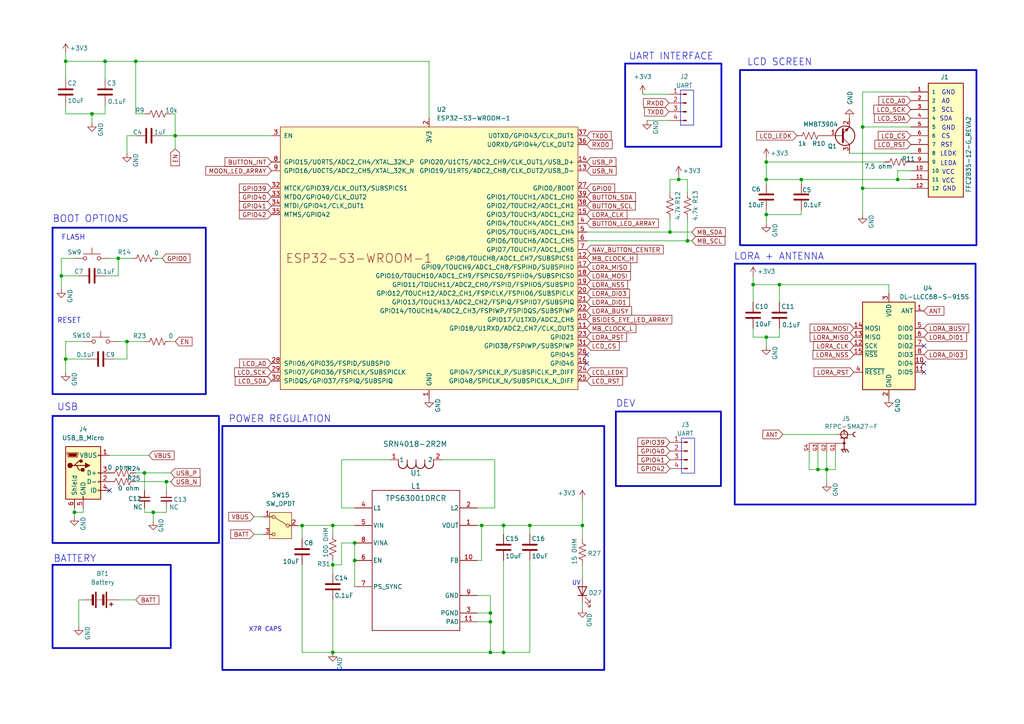
<source format=kicad_sch>
(kicad_sch (version 20231120) (generator "eeschema") (generator_version "8.0")
  (paper "A4")
  (junction (at -83.82 43.18))
  (junction (at -68.58 43.18))
  (junction (at 93.98 -139.7))
  (junction (at -63.5 119.38))
  (junction (at 132.08 -16.51))
  (junction (at 12.7 -41.91))
  (junction (at -5.08 -139.7))
  (junction (at 392.43 158.75))
  (junction (at 342.9 140.97))
  (junction (at -81.28 -16.51))
  (junction (at -81.28 43.18))
  (junction (at 180.34 -16.51))
  (junction (at -170.18 76.2))
  (junction (at -66.04 114.3))
  (junction (at -83.82 78.74))
  (junction (at 445.77 157.48))
  (junction (at -78.74 -114.3))
  (junction (at 239.7741 136.171))
  (junction (at -71.12 104.14))
  (junction (at 196.85 52.07))
  (junction (at -66.04 43.18))
  (junction (at -77.47 161.29))
  (junction (at 96.52 152.4))
  (junction (at -63.5 -93.98))
  (junction (at -86.36 43.18))
  (junction (at 87.63 152.4424))
  (junction (at 375.92 171.45))
  (junction (at 363.22 116.84))
  (junction (at -68.58 109.22))
  (junction (at 142.24 180.34))
  (junction (at 146.05 152.4))
  (junction (at 226.06 82.55))
  (junction (at 218.44 82.55))
  (junction (at 34.29 74.93))
  (junction (at -35.56 -72.39))
  (junction (at -11.43 -41.91))
  (junction (at -91.44 63.5))
  (junction (at 222.25 62.23))
  (junction (at 194.31 67.31))
  (junction (at -88.9 43.18))
  (junction (at -13.97 128.27))
  (junction (at -13.97 119.38))
  (junction (at -53.34 130.81))
  (junction (at -170.18 57.15))
  (junction (at -58.42 43.18))
  (junction (at -60.96 43.18))
  (junction (at 44.45 148.59))
  (junction (at -167.64 57.15))
  (junction (at 21.59 -114.3))
  (junction (at -76.2 93.98))
  (junction (at 146.05 189.23))
  (junction (at 142.24 177.8))
  (junction (at -13.97 109.22))
  (junction (at -143.51 161.29))
  (junction (at 36.83 99.06))
  (junction (at -165.1 81.28))
  (junction (at -78.74 -139.7))
  (junction (at -5.08 -114.3))
  (junction (at 26.67 33.02))
  (junction (at 450.85 154.94))
  (junction (at -58.42 -139.7))
  (junction (at -31.75 -139.7))
  (junction (at -73.66 99.06))
  (junction (at 430.53 168.91))
  (junction (at 45.72 -139.7))
  (junction (at -13.97 73.66))
  (junction (at -166.37 114.3))
  (junction (at 199.39 69.85))
  (junction (at -76.2 43.18))
  (junction (at -78.74 43.18))
  (junction (at 21.59 -139.7))
  (junction (at 154.94 -40.64))
  (junction (at -166.37 116.84))
  (junction (at 139.7 152.4))
  (junction (at 237.2341 136.171))
  (junction (at 48.26 139.7))
  (junction (at 142.24 189.23))
  (junction (at 203.2 -40.64))
  (junction (at 180.34 -40.64))
  (junction (at -13.97 68.58))
  (junction (at 17.78 80.01))
  (junction (at -8.89 -93.98))
  (junction (at -60.96 123.19))
  (junction (at 102.87 162.56))
  (junction (at -63.5 -72.39))
  (junction (at 222.25 52.07))
  (junction (at 450.85 139.7))
  (junction (at 260.35 52.07))
  (junction (at -71.12 43.18))
  (junction (at -38.1 -16.51))
  (junction (at -13.97 93.98))
  (junction (at -11.43 -16.51))
  (junction (at -38.1 -41.91))
  (junction (at 222.25 46.99))
  (junction (at 50.8 39.37))
  (junction (at 222.25 97.79))
  (junction (at 39.37 17.78))
  (junction (at 102.87 157.48))
  (junction (at -55.88 43.18))
  (junction (at 12.7 -16.51))
  (junction (at 21.59 148.59))
  (junction (at -78.74 88.9))
  (junction (at -41.91 138.43))
  (junction (at 41.91 137.16))
  (junction (at -81.28 83.82))
  (junction (at -13.97 114.3))
  (junction (at 30.48 17.78))
  (junction (at -13.97 88.9))
  (junction (at 250.19 54.61))
  (junction (at 323.85 171.45))
  (junction (at -91.44 43.18))
  (junction (at -58.42 -114.3))
  (junction (at -13.97 99.06))
  (junction (at 69.85 -114.3))
  (junction (at 203.2 -16.51))
  (junction (at 19.05 104.14))
  (junction (at 109.22 -16.51))
  (junction (at 397.51 140.97))
  (junction (at 93.98 -114.3))
  (junction (at 96.52 189.23))
  (junction (at 69.85 -139.7))
  (junction (at 232.41 52.07))
  (junction (at -8.89 -72.39))
  (junction (at 250.19 36.83))
  (junction (at -143.51 49.53))
  (junction (at -60.96 -16.51))
  (junction (at -81.28 -41.91))
  (junction (at -63.5 43.18))
  (junction (at -88.9 68.58))
  (junction (at -13.97 83.82))
  (junction (at 168.91 152.4))
  (junction (at -86.36 73.66))
  (junction (at 339.09 158.75))
  (junction (at -13.97 78.74))
  (junction (at -58.42 125.73))
  (junction (at 342.9 156.21))
  (junction (at 154.94 -16.51))
  (junction (at 109.22 -40.64))
  (junction (at 153.67 152.4))
  (junction (at -167.64 78.74))
  (junction (at -35.56 -93.98))
  (junction (at -31.75 -114.3))
  (junction (at -60.96 -41.91))
  (junction (at 45.72 -114.3))
  (junction (at 19.05 17.78))
  (junction (at 96.52 163.83))
  (junction (at -13.97 104.14))
  (junction (at -55.88 128.27))
  (junction (at 132.08 -40.64))
  (junction (at 397.51 156.21))
  (junction (at -73.66 43.18))
  (no_connect (at 336.55 146.05))
  (no_connect (at 234.95 -26.67))
  (no_connect (at 267.97 100.33))
  (no_connect (at 44.45 -27.94))
  (no_connect (at 336.55 153.67))
  (no_connect (at 336.55 148.59))
  (no_connect (at 31.75 142.24))
  (no_connect (at 388.62 146.05))
  (no_connect (at 336.55 151.13))
  (no_connect (at 388.62 148.59))
  (no_connect (at 388.62 153.67))
  (no_connect (at 441.96 147.32))
  (no_connect (at 320.04 116.84))
  (no_connect (at 441.96 149.86))
  (no_connect (at 441.96 144.78))
  (no_connect (at 320.04 114.3))
  (no_connect (at 441.96 152.4))
  (no_connect (at 267.97 105.41))
  (no_connect (at 22.86 -83.82))
  (no_connect (at 170.18 105.41))
  (no_connect (at 360.68 119.38))
  (no_connect (at 170.18 102.87))
  (no_connect (at 388.62 151.13))
  (no_connect (at 267.97 107.95))
  (wire (pts (xy -55.88 -83.82) (xy -43.18 -83.82)))
  (wire (pts (xy -53.34 43.18) (xy -53.34 48.26)))
  (wire (pts (xy -91.44 55.88) (xy -91.44 63.5)))
  (wire (pts (xy 36.83 99.06) (xy 41.91 99.06)))
  (wire (pts (xy -81.28 43.18) (xy -83.82 43.18)))
  (wire (pts (xy -114.3 106.68) (xy -114.3 119.38)))
  (wire (pts (xy 222.25 97.79) (xy 226.06 97.79)))
  (wire (pts (xy 313.69 156.21) (xy 306.07 156.21)))
  (wire (pts (xy 97.79 -16.51) (xy 97.79 -11.43)))
  (wire (pts (xy 154.94 -40.64) (xy 154.94 -34.29)))
  (wire (pts (xy -53.34 55.88) (xy -53.34 130.81)))
  (wire (pts (xy -102.87 93.98) (xy -76.2 93.98)))
  (wire (pts (xy -58.42 43.18) (xy -58.42 48.26)))
  (wire (pts (xy -170.18 57.15) (xy -167.64 57.15)))
  (wire (pts (xy -81.28 43.18) (xy -81.28 48.26)))
  (wire (pts (xy 146.05 152.4) (xy 153.67 152.4)))
  (wire (pts (xy 358.14 156.21) (xy 358.14 179.07)))
  (wire (pts (xy 138.43 162.56) (xy 139.7 162.56)))
  (wire (pts (xy -31.75 -118.11) (xy -31.75 -114.3)))
  (wire (pts (xy -35.56 -72.39) (xy -8.89 -72.39)))
  (wire (pts (xy 336.55 158.75) (xy 339.09 158.75)))
  (wire (pts (xy -39.37 152.4) (xy -41.91 152.4)))
  (wire (pts (xy 115.57 -118.11) (xy 115.57 -114.3)))
  (wire (pts (xy 12.7 -41.91) (xy 12.7 -35.56)))
  (wire (pts (xy -60.96 -20.32) (xy -60.96 -16.51)))
  (wire (pts (xy 87.63 152.4424) (xy 87.63 156.21)))
  (wire (pts (xy 450.85 137.16) (xy 450.85 139.7)))
  (wire (pts (xy 358.14 179.07) (xy 397.51 179.07)))
  (wire (pts (xy 96.52 152.4) (xy 102.87 152.4)))
  (wire (pts (xy 33.02 104.14) (xy 36.83 104.14)))
  (wire (pts (xy 87.63 152.4) (xy 87.63 152.4424)))
  (wire (pts (xy 142.24 177.8) (xy 142.24 180.34)))
  (wire (pts (xy -173.99 78.74) (xy -167.64 78.74)))
  (wire (pts (xy -68.58 109.22) (xy -34.29 109.22)))
  (wire (pts (xy 194.31 55.88) (xy 194.31 52.07)))
  (wire (pts (xy 309.88 158.75) (xy 313.69 158.75)))
  (wire (pts (xy -24.13 68.58) (xy -13.97 68.58)))
  (wire (pts (xy 21.59 149.86) (xy 21.59 148.59)))
  (wire (pts (xy 360.68 158.75) (xy 360.68 171.45)))
  (wire (pts (xy -109.22 73.66) (xy -86.36 73.66)))
  (wire (pts (xy -101.6 -41.91) (xy -81.28 -41.91)))
  (wire (pts (xy 132.08 -40.64) (xy 132.08 -34.29)))
  (wire (pts (xy 39.37 137.16) (xy 41.91 137.16)))
  (wire (pts (xy -78.74 43.18) (xy -81.28 43.18)))
  (wire (pts (xy -91.44 41.91) (xy -91.44 43.18)))
  (wire (pts (xy -63.5 -93.98) (xy -63.5 -91.44)))
  (wire (pts (xy -50.8 -125.73) (xy -39.37 -125.73)))
  (wire (pts (xy 17.78 83.82) (xy 17.78 80.01)))
  (wire (pts (xy 187.96 -26.67) (xy 195.58 -26.67)))
  (wire (pts (xy 365.76 156.21) (xy 358.14 156.21)))
  (wire (pts (xy -104.14 99.06) (xy -73.66 99.06)))
  (wire (pts (xy 34.29 74.93) (xy 34.29 80.01)))
  (wire (pts (xy 227.33 -34.29) (xy 227.33 -40.64)))
  (wire (pts (xy 392.43 171.45) (xy 392.43 158.75)))
  (wire (pts (xy 41.91 142.24) (xy 41.91 137.16)))
  (wire (pts (xy 218.44 82.55) (xy 218.44 87.63)))
  (wire (pts (xy 41.91 147.32) (xy 41.91 148.59)))
  (wire (pts (xy 45.72 -139.7) (xy 21.59 -139.7)))
  (wire (pts (xy -71.12 104.14) (xy -34.29 104.14)))
  (wire (pts (xy -24.13 99.06) (xy -13.97 99.06)))
  (wire (pts (xy 45.72 -118.11) (xy 45.72 -114.3)))
  (wire (pts (xy 21.59 147.32) (xy 21.59 148.59)))
  (wire (pts (xy 132.08 -19.05) (xy 132.08 -16.51)))
  (wire (pts (xy 336.55 156.21) (xy 342.9 156.21)))
  (wire (pts (xy 180.34 -40.64) (xy 203.2 -40.64)))
  (wire (pts (xy 41.91 137.16) (xy 49.53 137.16)))
  (wire (pts (xy 39.37 33.02) (xy 39.37 17.78)))
  (wire (pts (xy 44.45 151.13) (xy 44.45 148.59)))
  (wire (pts (xy 75.4642 149.9024) (xy 76.3243 149.9024)))
  (wire (pts (xy -45.72 138.43) (xy -41.91 138.43)))
  (wire (pts (xy 109.22 -40.64) (xy 109.22 -34.29)))
  (wire (pts (xy 365.76 158.75) (xy 360.68 158.75)))
  (wire (pts (xy -60.96 55.88) (xy -60.96 123.19)))
  (wire (pts (xy 22.86 173.99) (xy 22.86 181.61)))
  (wire (pts (xy 180.34 -19.05) (xy 180.34 -16.51)))
  (wire (pts (xy -31.75 -114.3) (xy -5.08 -114.3)))
  (wire (pts (xy -119.38 111.76) (xy -119.38 125.73)))
  (wire (pts (xy 222.25 100.33) (xy 222.25 97.79)))
  (wire (pts (xy 99.06 157.48) (xy 99.06 163.83)))
  (wire (pts (xy 363.22 116.84) (xy 381 116.84)))
  (wire (pts (xy -90.17 -83.82) (xy -71.12 -83.82)))
  (wire (pts (xy 115.57 -133.35) (xy 115.57 -139.7)))
  (wire (pts (xy -8.89 -93.98) (xy -35.56 -93.98)))
  (wire (pts (xy 218.44 80.01) (xy 218.44 82.55)))
  (wire (pts (xy -26.67 152.4) (xy -31.75 152.4)))
  (wire (pts (xy -119.38 125.73) (xy -58.42 125.73)))
  (wire (pts (xy 199.39 63.5) (xy 199.39 69.85)))
  (wire (pts (xy -53.34 130.81) (xy -34.29 130.81)))
  (wire (pts (xy 239.7741 136.171) (xy 242.3141 136.171)))
  (wire (pts (xy 132.08 -16.51) (xy 154.94 -16.51)))
  (wire (pts (xy 46.99 39.37) (xy 50.8 39.37)))
  (wire (pts (xy -121.92 128.27) (xy -55.88 128.27)))
  (wire (pts (xy -38.1 -20.32) (xy -38.1 -16.51)))
  (wire (pts (xy 142.24 172.72) (xy 142.24 177.8)))
  (wire (pts (xy 24.13 148.59) (xy 24.13 147.32)))
  (wire (pts (xy 250.19 54.61) (xy 264.16 54.61)))
  (wire (pts (xy 250.19 26.67) (xy 250.19 36.83)))
  (wire (pts (xy 363.22 109.22) (xy 363.22 116.84)))
  (wire (pts (xy -8.89 -93.98) (xy -8.89 -91.44)))
  (wire (pts (xy -173.99 81.28) (xy -165.1 81.28)))
  (wire (pts (xy 222.25 60.96) (xy 222.25 62.23)))
  (wire (pts (xy -104.14 83.82) (xy -81.28 83.82)))
  (wire (pts (xy -78.74 -139.7) (xy -78.74 -133.35)))
  (wire (pts (xy 237.2341 136.171) (xy 239.7741 136.171)))
  (wire (pts (xy -19.05 128.27) (xy -13.97 128.27)))
  (wire (pts (xy -125.73 93.98) (xy -104.14 93.98)))
  (wire (pts (xy 26.67 33.02) (xy 30.48 33.02)))
  (wire (pts (xy -38.1 -41.91) (xy -11.43 -41.91)))
  (wire (pts (xy -106.68 83.82) (xy -106.68 78.74)))
  (wire (pts (xy -13.97 68.58) (xy -13.97 73.66)))
  (wire (pts (xy -76.2 93.98) (xy -34.29 93.98)))
  (wire (pts (xy 430.53 168.91) (xy 430.53 171.45)))
  (wire (pts (xy 397.51 137.16) (xy 397.51 140.97)))
  (wire (pts (xy -24.13 73.66) (xy -13.97 73.66)))
  (wire (pts (xy 218.44 95.25) (xy 218.44 97.79)))
  (wire (pts (xy 99.06 163.83) (xy 96.52 163.83)))
  (wire (pts (xy -125.73 99.06) (xy -106.68 99.06)))
  (wire (pts (xy -58.42 -139.7) (xy -58.42 -133.35)))
  (wire (pts (xy -76.2 43.18) (xy -76.2 48.26)))
  (wire (pts (xy -167.64 78.74) (xy -161.29 78.74)))
  (wire (pts (xy 388.62 140.97) (xy 397.51 140.97)))
  (wire (pts (xy 242.3141 136.171) (xy 242.3141 131.091)))
  (wire (pts (xy -13.97 63.5) (xy -13.97 68.58)))
  (wire (pts (xy 12.7 -16.51) (xy -11.43 -16.51)))
  (wire (pts (xy -125.73 116.84) (xy -123.19 116.84)))
  (wire (pts (xy 146.05 162.56) (xy 146.05 189.23)))
  (wire (pts (xy 367.03 111.76) (xy 360.68 111.76)))
  (wire (pts (xy -116.84 109.22) (xy -116.84 123.19)))
  (wire (pts (xy 239.7741 131.091) (xy 239.7741 136.171)))
  (wire (pts (xy 180.34 -16.51) (xy 154.94 -16.51)))
  (wire (pts (xy 162.56 -26.67) (xy 172.72 -26.67)))
  (wire (pts (xy 132.08 -40.64) (xy 109.22 -40.64)))
  (wire (pts (xy 381 116.84) (xy 381 124.46)))
  (wire (pts (xy -63.5 -93.98) (xy -76.2 -93.98)))
  (wire (pts (xy 153.67 152.4) (xy 153.67 154.94)))
  (wire (pts (xy 445.77 142.24) (xy 445.77 157.48)))
  (wire (pts (xy 226.06 97.79) (xy 226.06 95.25)))
  (wire (pts (xy 99.06 147.32) (xy 102.87 147.32)))
  (wire (pts (xy 410.21 179.07) (xy 450.85 179.07)))
  (wire (pts (xy -66.04 43.18) (xy -66.04 48.26)))
  (wire (pts (xy 203.2 -19.05) (xy 203.2 -16.51)))
  (wire (pts (xy 45.72 -114.3) (xy 21.59 -114.3)))
  (wire (pts (xy -125.73 114.3) (xy -121.92 114.3)))
  (wire (pts (xy 115.57 -114.3) (xy 93.98 -114.3)))
  (wire (pts (xy 87.63 189.23) (xy 96.52 189.23)))
  (wire (pts (xy -83.82 43.18) (xy -86.36 43.18)))
  (wire (pts (xy -109.22 109.22) (xy -68.58 109.22)))
  (wire (pts (xy -5.08 -139.7) (xy 21.59 -139.7)))
  (wire (pts (xy -73.66 48.26) (xy -73.66 43.18)))
  (wire (pts (xy 441.96 142.24) (xy 445.77 142.24)))
  (wire (pts (xy 69.85 -114.3) (xy 45.72 -114.3)))
  (wire (pts (xy 415.29 168.91) (xy 430.53 168.91)))
  (wire (pts (xy 19.05 30.48) (xy 19.05 33.02)))
  (wire (pts (xy 109.22 -40.64) (xy 90.17 -40.64)))
  (wire (pts (xy 154.94 -19.05) (xy 154.94 -16.51)))
  (wire (pts (xy -114.3 119.38) (xy -63.5 119.38)))
  (wire (pts (xy -100.33 -27.94) (xy -88.9 -27.94)))
  (wire (pts (xy 222.25 62.23) (xy 222.25 64.77)))
  (wire (pts (xy -38.1 -16.51) (xy -11.43 -16.51)))
  (wire (pts (xy -38.1 -35.56) (xy -38.1 -41.91)))
  (wire (pts (xy -71.12 43.18) (xy -68.58 43.18)))
  (wire (pts (xy -83.82 43.18) (xy -83.82 48.26)))
  (wire (pts (xy -111.76 104.14) (xy -111.76 114.3)))
  (wire (pts (xy 69.85 -118.11) (xy 69.85 -114.3)))
  (wire (pts (xy -81.28 -16.51) (xy -60.96 -16.51)))
  (wire (pts (xy 48.26 148.59) (xy 48.26 147.32)))
  (wire (pts (xy -165.1 71.12) (xy -165.1 81.28)))
  (wire (pts (xy 36.83 -41.91) (xy 12.7 -41.91)))
  (wire (pts (xy -166.37 161.29) (xy -143.51 161.29)))
  (wire (pts (xy 237.2341 131.091) (xy 237.2341 136.171)))
  (wire (pts (xy 15.24 -72.39) (xy -8.89 -72.39)))
  (wire (pts (xy 339.09 158.75) (xy 339.09 171.45)))
  (wire (pts (xy -78.74 88.9) (xy -34.29 88.9)))
  (wire (pts (xy -170.18 63.5) (xy -170.18 57.15)))
  (wire (pts (xy -88.9 55.88) (xy -88.9 68.58)))
  (wire (pts (xy -11.43 -35.56) (xy -11.43 -41.91)))
  (wire (pts (xy 21.59 -133.35) (xy 21.59 -139.7)))
  (wire (pts (xy -1.27 -83.82) (xy 7.62 -83.82)))
  (wire (pts (xy 199.39 69.85) (xy 170.18 69.85)))
  (wire (pts (xy 113.03 133.35) (xy 99.06 133.35)))
  (wire (pts (xy -121.92 114.3) (xy -121.92 128.27)))
  (wire (pts (xy -58.42 43.18) (xy -55.88 43.18)))
  (wire (pts (xy 36.83 39.37) (xy 36.83 44.45)))
  (wire (pts (xy 226.06 82.55) (xy 226.06 87.63)))
  (wire (pts (xy 36.83 -20.32) (xy 36.83 -16.51)))
  (wire (pts (xy -68.58 55.88) (xy -68.58 109.22)))
  (wire (pts (xy -71.12 55.88) (xy -71.12 104.14)))
  (wire (pts (xy -31.75 -139.7) (xy -5.08 -139.7)))
  (wire (pts (xy -88.9 43.18) (xy -88.9 48.26)))
  (wire (pts (xy 19.05 33.02) (xy 26.67 33.02)))
  (wire (pts (xy 138.43 177.8) (xy 142.24 177.8)))
  (wire (pts (xy 227.33 -40.64) (xy 203.2 -40.64)))
  (wire (pts (xy -78.74 -114.3) (xy -58.42 -114.3)))
  (wire (pts (xy -111.76 68.58) (xy -88.9 68.58)))
  (wire (pts (xy 419.1 154.94) (xy 410.21 154.94)))
  (wire (pts (xy 143.51 133.35) (xy 143.51 147.32)))
  (wire (pts (xy -73.66 -72.39) (xy -63.5 -72.39)))
  (wire (pts (xy -13.97 104.14) (xy -13.97 109.22)))
  (wire (pts (xy -68.58 43.18) (xy -68.58 48.26)))
  (wire (pts (xy 69.85 -139.7) (xy 45.72 -139.7)))
  (wire (pts (xy -125.73 109.22) (xy -116.84 109.22)))
  (wire (pts (xy -86.36 55.88) (xy -86.36 73.66)))
  (wire (pts (xy 44.45 148.59) (xy 48.26 148.59)))
  (wire (pts (xy 168.91 152.4) (xy 168.91 156.21)))
  (wire (pts (xy -13.97 109.22) (xy -13.97 114.3)))
  (wire (pts (xy -114.3 76.2) (xy -114.3 63.5)))
  (wire (pts (xy 392.43 158.75) (xy 388.62 158.75)))
  (wire (pts (xy -13.97 83.82) (xy -13.97 88.9)))
  (wire (pts (xy 123.19 -125.73) (xy 129.54 -125.73)))
  (wire (pts (xy -106.68 104.14) (xy -71.12 104.14)))
  (wire (pts (xy -78.74 -118.11) (xy -78.74 -114.3)))
  (wire (pts (xy 74.1942 154.9824) (xy 76.3243 154.9824)))
  (wire (pts (xy 138.43 172.72) (xy 142.24 172.72)))
  (wire (pts (xy 129.54 -105.41) (xy -90.17 -105.41)))
  (wire (pts (xy -100.33 -16.51) (xy -81.28 -16.51)))
  (wire (pts (xy 139.7 162.56) (xy 139.7 152.4)))
  (wire (pts (xy 250.19 36.83) (xy 250.19 54.61)))
  (wire (pts (xy -91.44 43.18) (xy -91.44 48.26)))
  (wire (pts (xy -58.42 125.73) (xy -34.29 125.73)))
  (wire (pts (xy -161.29 114.3) (xy -166.37 114.3)))
  (wire (pts (xy 116.84 -26.67) (xy 124.46 -26.67)))
  (wire (pts (xy -99.06 -125.73) (xy -86.36 -125.73)))
  (wire (pts (xy 19.05 104.14) (xy 19.05 107.95)))
  (wire (pts (xy 109.22 -16.51) (xy 109.22 -19.05)))
  (wire (pts (xy 48.26 139.7) (xy 48.26 142.24)))
  (wire (pts (xy -143.51 124.46) (xy -143.51 161.29)))
  (wire (pts (xy -63.5 43.18) (xy -60.96 43.18)))
  (wire (pts (xy 234.6941 131.091) (xy 234.6941 136.171)))
  (wire (pts (xy -60.96 43.18) (xy -58.42 43.18)))
  (wire (pts (xy -161.29 111.76) (xy -166.37 111.76)))
  (wire (pts (xy -88.9 68.58) (xy -34.29 68.58)))
  (wire (pts (xy 36.83 -41.91) (xy 36.83 -35.56)))
  (wire (pts (xy 323.85 171.45) (xy 323.85 173.99)))
  (wire (pts (xy 441.96 139.7) (xy 450.85 139.7)))
  (wire (pts (xy -35.56 -93.98) (xy -63.5 -93.98)))
  (wire (pts (xy 309.88 171.45) (xy 309.88 158.75)))
  (wire (pts (xy 74.1942 154.9824) (xy 74.1942 154.94)))
  (wire (pts (xy 203.2 -40.64) (xy 203.2 -34.29)))
  (wire (pts (xy -13.97 78.74) (xy -13.97 83.82)))
  (wire (pts (xy 419.1 157.48) (xy 415.29 157.48)))
  (wire (pts (xy 96.52 163.83) (xy 96.52 166.37)))
  (wire (pts (xy 168.91 163.83) (xy 168.91 167.64)))
  (wire (pts (xy -77.47 161.29) (xy -13.97 161.29)))
  (wire (pts (xy -109.22 101.6) (xy -109.22 109.22)))
  (wire (pts (xy 227.33 -16.51) (xy 203.2 -16.51)))
  (wire (pts (xy 450.85 179.07) (xy 450.85 154.94)))
  (wire (pts (xy -78.74 43.18) (xy -78.74 48.26)))
  (wire (pts (xy -125.73 111.76) (xy -119.38 111.76)))
  (wire (pts (xy -3.81 -27.94) (xy 5.08 -27.94)))
  (wire (pts (xy 342.9 137.16) (xy 342.9 140.97)))
  (wire (pts (xy -125.73 76.2) (xy -114.3 76.2)))
  (wire (pts (xy -63.5 55.88) (xy -63.5 119.38)))
  (wire (pts (xy 260.35 52.07) (xy 260.35 49.53)))
  (wire (pts (xy 342.9 179.07) (xy 342.9 156.21)))
  (wire (pts (xy 415.29 157.48) (xy 415.29 168.91)))
  (wire (pts (xy 180.34 -34.29) (xy 180.34 -40.64)))
  (wire (pts (xy 12.7 -20.32) (xy 12.7 -16.51)))
  (wire (pts (xy 31.75 74.93) (xy 34.29 74.93)))
  (wire (pts (xy 234.6941 136.171) (xy 237.2341 136.171)))
  (wire (pts (xy 222.25 45.72) (xy 222.25 46.99)))
  (wire (pts (xy -97.79 -114.3) (xy -78.74 -114.3)))
  (wire (pts (xy -60.96 -41.91) (xy -60.96 -35.56)))
  (wire (pts (xy 50.8 43.18) (xy 50.8 39.37)))
  (wire (pts (xy 115.57 -139.7) (xy 93.98 -139.7)))
  (wire (pts (xy -73.66 55.88) (xy -73.66 99.06)))
  (wire (pts (xy 196.85 50.8) (xy 196.85 52.07)))
  (wire (pts (xy -11.43 -20.32) (xy -11.43 -16.51)))
  (wire (pts (xy -53.34 -27.94) (xy -45.72 -27.94)))
  (wire (pts (xy 41.91 33.02) (xy 39.37 33.02)))
  (wire (pts (xy 96.52 152.4) (xy 96.52 154.94)))
  (wire (pts (xy -104.14 93.98) (xy -104.14 99.06)))
  (wire (pts (xy 93.98 -118.11) (xy 93.98 -114.3)))
  (wire (pts (xy -73.66 -27.94) (xy -68.58 -27.94)))
  (wire (pts (xy 143.51 147.32) (xy 138.43 147.32)))
  (wire (pts (xy 264.16 49.53) (xy 260.35 49.53)))
  (wire (pts (xy 360.68 116.84) (xy 363.22 116.84)))
  (wire (pts (xy -13.97 119.38) (xy -13.97 128.27)))
  (wire (pts (xy 15.24 -91.44) (xy 15.24 -93.98)))
  (wire (pts (xy 323.85 171.45) (xy 309.88 171.45)))
  (wire (pts (xy -114.3 63.5) (xy -91.44 63.5)))
  (wire (pts (xy 45.72 -139.7) (xy 45.72 -133.35)))
  (wire (pts (xy -35.56 -93.98) (xy -35.56 -91.44)))
  (wire (pts (xy -101.6 -44.45) (xy -101.6 -41.91)))
  (wire (pts (xy 87.63 152.4) (xy 96.52 152.4)))
  (wire (pts (xy -167.64 71.12) (xy -167.64 78.74)))
  (wire (pts (xy -161.29 116.84) (xy -166.37 116.84)))
  (wire (pts (xy -99.06 -142.24) (xy -99.06 -139.7)))
  (wire (pts (xy -13.97 114.3) (xy -13.97 119.38)))
  (wire (pts (xy -166.37 116.84) (xy -166.37 161.29)))
  (wire (pts (xy -31.75 -139.7) (xy -31.75 -133.35)))
  (wire (pts (xy 102.87 162.56) (xy 102.87 170.18)))
  (wire (pts (xy -63.5 43.18) (xy -63.5 48.26)))
  (wire (pts (xy 342.9 140.97) (xy 342.9 156.21)))
  (wire (pts (xy 142.24 180.34) (xy 142.24 189.23)))
  (wire (pts (xy -106.68 78.74) (xy -83.82 78.74)))
  (wire (pts (xy 222.25 46.99) (xy 222.25 52.07)))
  (wire (pts (xy -24.13 119.38) (xy -13.97 119.38)))
  (wire (pts (xy -81.28 -41.91) (xy -60.96 -41.91)))
  (wire (pts (xy 109.22 -16.51) (xy 97.79 -16.51)))
  (wire (pts (xy -165.1 63.5) (xy -165.1 57.15)))
  (wire (pts (xy 232.41 60.96) (xy 232.41 62.23)))
  (wire (pts (xy 39.37 139.7) (xy 48.26 139.7)))
  (wire (pts (xy 146.05 152.4) (xy 146.05 154.94)))
  (wire (pts (xy -30.48 -27.94) (xy -19.05 -27.94)))
  (wire (pts (xy 50.8 33.02) (xy 50.8 39.37)))
  (wire (pts (xy -60.96 123.19) (xy -34.29 123.19)))
  (wire (pts (xy 306.07 156.21) (xy 306.07 179.07)))
  (wire (pts (xy -55.88 43.18) (xy -55.88 48.26)))
  (wire (pts (xy -125.73 101.6) (xy -109.22 101.6)))
  (wire (pts (xy 392.43 143.51) (xy 392.43 158.75)))
  (wire (pts (xy -13.97 63.5) (xy -24.13 63.5)))
  (wire (pts (xy -125.73 57.15) (xy -125.73 58.42)))
  (wire (pts (xy -8.89 -76.2) (xy -8.89 -72.39)))
  (wire (pts (xy -55.88 43.18) (xy -53.34 43.18)))
  (wire (pts (xy 222.25 52.07) (xy 222.25 53.34)))
  (wire (pts (xy -63.5 119.38) (xy -34.29 119.38)))
  (wire (pts (xy 20.32 -27.94) (xy 29.21 -27.94)))
  (wire (pts (xy -63.5 -76.2) (xy -63.5 -72.39)))
  (wire (pts (xy 441.96 154.94) (xy 450.85 154.94)))
  (wire (pts (xy 30.48 33.02) (xy 30.48 30.48)))
  (wire (pts (xy 19.05 17.78) (xy 19.05 22.86)))
  (wire (pts (xy -71.12 43.18) (xy -71.12 48.26)))
  (wire (pts (xy 39.37 39.37) (xy 36.83 39.37)))
  (wire (pts (xy -90.17 -105.41) (xy -90.17 -83.82)))
  (wire (pts (xy 30.48 17.78) (xy 30.48 22.86)))
  (wire (pts (xy 138.43 152.4) (xy 139.7 152.4)))
  (wire (pts (xy -143.51 161.29) (xy -77.47 161.29)))
  (wire (pts (xy -66.04 43.18) (xy -63.5 43.18)))
  (wire (pts (xy 129.54 -125.73) (xy 129.54 -105.41)))
  (wire (pts (xy 397.51 140.97) (xy 397.51 156.21)))
  (wire (pts (xy -76.2 43.18) (xy -78.74 43.18)))
  (wire (pts (xy -78.74 55.88) (xy -78.74 88.9)))
  (wire (pts (xy -76.2 55.88) (xy -76.2 93.98)))
  (wire (pts (xy -123.19 116.84) (xy -123.19 130.81)))
  (wire (pts (xy 30.48 17.78) (xy 19.05 17.78)))
  (wire (pts (xy 30.48 17.78) (xy 39.37 17.78)))
  (wire (pts (xy -143.51 46.99) (xy -143.51 49.53)))
  (wire (pts (xy 168.91 175.26) (xy 168.91 176.53)))
  (wire (pts (xy -125.73 49.53) (xy -143.51 49.53)))
  (wire (pts (xy -24.13 78.74) (xy -13.97 78.74)))
  (wire (pts (xy -111.76 114.3) (xy -66.04 114.3)))
  (wire (pts (xy 21.59 148.59) (xy 24.13 148.59)))
  (wire (pts (xy -68.58 43.18) (xy -66.04 43.18)))
  (wire (pts (xy 19.05 99.06) (xy 24.13 99.06)))
  (wire (pts (xy 250.19 54.61) (xy 250.19 62.23)))
  (wire (pts (xy -86.36 43.18) (xy -88.9 43.18)))
  (wire (pts (xy 200.66 69.85) (xy 199.39 69.85)))
  (wire (pts (xy -60.96 -16.51) (xy -38.1 -16.51)))
  (wire (pts (xy 194.31 63.5) (xy 194.31 67.31)))
  (wire (pts (xy 260.35 52.07) (xy 232.41 52.07)))
  (wire (pts (xy -123.19 130.81) (xy -53.34 130.81)))
  (wire (pts (xy 36.83 -16.51) (xy 12.7 -16.51)))
  (wire (pts (xy 17.78 80.01) (xy 17.78 74.93)))
  (wire (pts (xy 375.92 171.45) (xy 375.92 172.72)))
  (wire (pts (xy -86.36 73.66) (xy -34.29 73.66)))
  (wire (pts (xy 232.41 52.07) (xy 222.25 52.07)))
  (wire (pts (xy -166.37 111.76) (xy -166.37 114.3)))
  (wire (pts (xy -81.28 -41.91) (xy -81.28 -35.56)))
  (wire (pts (xy 146.05 189.23) (xy 153.67 189.23)))
  (wire (pts (xy 34.29 173.99) (xy 39.37 173.99)))
  (wire (pts (xy 29.21 -125.73) (xy 38.1 -125.73)))
  (wire (pts (xy -83.82 55.88) (xy -83.82 78.74)))
  (wire (pts (xy -58.42 55.88) (xy -58.42 125.73)))
  (wire (pts (xy 218.44 97.79) (xy 222.25 97.79)))
  (wire (pts (xy 336.55 143.51) (xy 339.09 143.51)))
  (wire (pts (xy -73.66 43.18) (xy -71.12 43.18)))
  (wire (pts (xy 381 105.41) (xy 381 114.3)))
  (wire (pts (xy -63.5 -72.39) (xy -35.56 -72.39)))
  (wire (pts (xy -125.73 83.82) (xy -106.68 83.82)))
  (wire (pts (xy 128.27 133.35) (xy 143.51 133.35)))
  (wire (pts (xy -106.68 99.06) (xy -106.68 104.14)))
  (wire (pts (xy -27.94 -83.82) (xy -16.51 -83.82)))
  (wire (pts (xy 19.05 104.14) (xy 19.05 99.06)))
  (wire (pts (xy 124.46 34.29) (xy 124.46 17.78)))
  (wire (pts (xy 109.22 -16.51) (xy 132.08 -16.51)))
  (wire (pts (xy 36.83 104.14) (xy 36.83 99.06)))
  (wire (pts (xy -99.06 -139.7) (xy -78.74 -139.7)))
  (wire (pts (xy -5.08 -114.3) (xy 21.59 -114.3)))
  (wire (pts (xy -78.74 -139.7) (xy -58.42 -139.7)))
  (wire (pts (xy -24.13 93.98) (xy -13.97 93.98)))
  (wire (pts (xy 24.13 173.99) (xy 22.86 173.99)))
  (wire (pts (xy -173.99 76.2) (xy -170.18 76.2)))
  (wire (pts (xy 153.67 189.23) (xy 153.67 162.56)))
  (wire (pts (xy 196.85 52.07) (xy 199.39 52.07)))
  (wire (pts (xy 96.52 189.23) (xy 96.52 173.99)))
  (wire (pts (xy 75.4642 149.86) (xy 73.66 149.86)))
  (wire (pts (xy 48.26 139.7) (xy 49.53 139.7)))
  (wire (pts (xy -125.73 81.28) (xy -109.22 81.28)))
  (wire (pts (xy -125.73 78.74) (xy -111.76 78.74)))
  (wire (pts (xy -13.97 128.27) (xy -13.97 161.29)))
  (wire (pts (xy -170.18 55.88) (xy -170.18 57.15)))
  (wire (pts (xy -66.04 55.88) (xy -66.04 114.3)))
  (wire (pts (xy 339.09 171.45) (xy 323.85 171.45)))
  (wire (pts (xy 50.8 33.02) (xy 49.53 33.02)))
  (wire (pts (xy 34.29 74.93) (xy 38.1 74.93)))
  (wire (pts (xy -165.1 57.15) (xy -167.64 57.15)))
  (wire (pts (xy 199.39 52.07) (xy 199.39 55.88)))
  (wire (pts (xy 210.82 -26.67) (xy 219.71 -26.67)))
  (wire (pts (xy 2.54 -125.73) (xy 13.97 -125.73)))
  (wire (pts (xy -60.96 43.18) (xy -60.96 48.26)))
  (wire (pts (xy -24.13 104.14) (xy -13.97 104.14)))
  (wire (pts (xy 246.38 44.45) (xy 264.16 44.45)))
  (wire (pts (xy -111.76 78.74) (xy -111.76 68.58)))
  (wire (pts (xy 360.68 109.22) (xy 363.22 109.22)))
  (wire (pts (xy -102.87 91.44) (xy -102.87 93.98)))
  (wire (pts (xy 93.98 -114.3) (xy 69.85 -114.3)))
  (wire (pts (xy 200.66 67.31) (xy 194.31 67.31)))
  (wire (pts (xy 139.7 -26.67) (xy 147.32 -26.67)))
  (wire (pts (xy 50.8 39.37) (xy 78.74 39.37)))
  (wire (pts (xy 445.77 168.91) (xy 445.77 157.48)))
  (wire (pts (xy 227.33 -19.05) (xy 227.33 -16.51)))
  (wire (pts (xy 410.21 154.94) (xy 410.21 179.07)))
  (wire (pts (xy 139.7 152.4) (xy 146.05 152.4)))
  (wire (pts (xy -86.36 43.18) (xy -86.36 48.26)))
  (wire (pts (xy 12.7 -41.91) (xy -11.43 -41.91)))
  (wire (pts (xy 132.08 -40.64) (xy 154.94 -40.64)))
  (wire (pts (xy -13.97 99.06) (xy -13.97 104.14)))
  (wire (pts (xy 239.7741 136.171) (xy 239.7741 139.981)))
  (wire (pts (xy 86.4843 152.4424) (xy 87.63 152.4424)))
  (wire (pts (xy -13.97 73.66) (xy -13.97 78.74)))
  (wire (pts (xy -125.73 104.14) (xy -111.76 104.14)))
  (wire (pts (xy -81.28 55.88) (xy -81.28 83.82)))
  (wire (pts (xy 264.16 52.07) (xy 260.35 52.07)))
  (wire (pts (xy 93.98 -139.7) (xy 69.85 -139.7)))
  (wire (pts (xy 19.05 15.24) (xy 19.05 17.78)))
  (wire (pts (xy 450.85 139.7) (xy 450.85 154.94)))
  (wire (pts (xy 168.91 152.4) (xy 168.91 144.78)))
  (wire (pts (xy -35.56 -76.2) (xy -35.56 -72.39)))
  (wire (pts (xy 232.41 52.07) (xy 232.41 53.34)))
  (wire (pts (xy 17.78 74.93) (xy 21.59 74.93)))
  (wire (pts (xy -24.13 83.82) (xy -13.97 83.82)))
  (wire (pts (xy 360.68 171.45) (xy 375.92 171.45)))
  (wire (pts (xy 49.53 99.06) (xy 50.8 99.06)))
  (wire (pts (xy 186.3957 27.3287) (xy 194.0157 27.3287)))
  (wire (pts (xy 34.29 80.01) (xy 30.48 80.01)))
  (wire (pts (xy 232.41 62.23) (xy 222.25 62.23)))
  (wire (pts (xy 222.25 46.99) (xy 256.54 46.99)))
  (wire (pts (xy 99.06 133.35) (xy 99.06 147.32)))
  (wire (pts (xy 69.85 -139.7) (xy 69.85 -133.35)))
  (wire (pts (xy 26.67 35.56) (xy 26.67 33.02)))
  (wire (pts (xy -166.37 114.3) (xy -166.37 116.84)))
  (wire (pts (xy 77.47 -125.73) (xy 86.36 -125.73)))
  (wire (pts (xy -60.96 -41.91) (xy -38.1 -41.91)))
  (wire (pts (xy -83.82 78.74) (xy -34.29 78.74)))
  (wire (pts (xy 74.1942 154.94) (xy 73.66 154.94)))
  (wire (pts (xy 257.81 82.55) (xy 226.06 82.55)))
  (wire (pts (xy 21.59 -118.11) (xy 21.59 -114.3)))
  (wire (pts (xy -24.13 114.3) (xy -13.97 114.3)))
  (wire (pts (xy -13.97 93.98) (xy -13.97 99.06)))
  (wire (pts (xy -58.42 -114.3) (xy -31.75 -114.3)))
  (wire (pts (xy -5.08 -133.35) (xy -5.08 -139.7)))
  (wire (pts (xy 25.4 104.14) (xy 19.05 104.14)))
  (wire (pts (xy 441.96 157.48) (xy 445.77 157.48)))
  (wire (pts (xy -73.66 99.06) (xy -34.29 99.06)))
  (wire (pts (xy 34.29 99.06) (xy 36.83 99.06)))
  (wire (pts (xy 154.94 -40.64) (xy 180.34 -40.64)))
  (wire (pts (xy 53.34 -125.73) (xy 62.23 -125.73)))
  (wire (pts (xy -167.64 57.15) (xy -167.64 63.5)))
  (wire (pts (xy 360.68 114.3) (xy 381 114.3)))
  (wire (pts (xy -170.18 71.12) (xy -170.18 76.2)))
  (wire (pts (xy 306.07 179.07) (xy 342.9 179.07)))
  (wire (pts (xy -24.13 88.9) (xy -13.97 88.9)))
  (wire (pts (xy 187.6657 34.9487) (xy 194.0157 34.9487)))
  (wire (pts (xy 388.62 156.21) (xy 397.51 156.21)))
  (wire (pts (xy -55.88 128.27) (xy -34.29 128.27)))
  (wire (pts (xy -55.88 55.88) (xy -55.88 128.27)))
  (wire (pts (xy -125.73 91.44) (xy -102.87 91.44)))
  (wire (pts (xy 194.31 67.31) (xy 170.18 67.31)))
  (wire (pts (xy 397.51 179.07) (xy 397.51 156.21)))
  (wire (pts (xy -81.28 83.82) (xy -34.29 83.82)))
  (wire (pts (xy 336.55 140.97) (xy 342.9 140.97)))
  (wire (pts (xy 180.34 -16.51) (xy 203.2 -16.51)))
  (wire (pts (xy -116.84 123.19) (xy -60.96 123.19)))
  (wire (pts (xy 31.75 132.08) (xy 43.18 132.08)))
  (wire (pts (xy -76.2 -93.98) (xy -76.2 -95.25)))
  (wire (pts (xy 227.0741 126.011) (xy 242.3141 126.011)))
  (wire (pts (xy -73.66 43.18) (xy -76.2 43.18)))
  (wire (pts (xy -58.42 -139.7) (xy -31.75 -139.7)))
  (wire (pts (xy 93.98 -139.7) (xy 93.98 -133.35)))
  (wire (pts (xy 257.81 85.09) (xy 257.81 82.55)))
  (wire (pts (xy 15.24 -93.98) (xy -8.89 -93.98)))
  (wire (pts (xy 388.62 143.51) (xy 392.43 143.51)))
  (wire (pts (xy -109.22 81.28) (xy -109.22 73.66)))
  (wire (pts (xy -58.42 -118.11) (xy -58.42 -114.3)))
  (wire (pts (xy 142.24 189.23) (xy 96.52 189.23)))
  (wire (pts (xy 194.31 52.07) (xy 196.85 52.07)))
  (wire (pts (xy -125.73 106.68) (xy -114.3 106.68)))
  (wire (pts (xy -88.9 43.18) (xy -91.44 43.18)))
  (wire (pts (xy -71.12 -125.73) (xy -66.04 -125.73)))
  (wire (pts (xy -104.14 86.36) (xy -104.14 83.82)))
  (wire (pts (xy -24.13 109.22) (xy -13.97 109.22)))
  (wire (pts (xy -13.97 88.9) (xy -13.97 93.98)))
  (wire (pts (xy -5.08 -118.11) (xy -5.08 -114.3)))
  (wire (pts (xy 90.17 -40.64) (xy 90.17 -45.72)))
  (wire (pts (xy -125.73 88.9) (xy -78.74 88.9)))
  (wire (pts (xy 250.19 36.83) (xy 264.16 36.83)))
  (wire (pts (xy 45.72 74.93) (xy 46.99 74.93)))
  (wire (pts (xy 22.86 80.01) (xy 17.78 80.01)))
  (wire (pts (xy 339.09 143.51) (xy 339.09 158.75)))
  (wire (pts (xy 87.63 163.83) (xy 87.63 189.23)))
  (wire (pts (xy 430.53 168.91) (xy 445.77 168.91)))
  (wire (pts (xy -170.18 76.2) (xy -161.29 76.2)))
  (wire (pts (xy -81.28 -20.32) (xy -81.28 -16.51)))
  (wire (pts (xy 41.91 148.59) (xy 44.45 148.59)))
  (wire (pts (xy -41.91 138.43) (xy -34.29 138.43)))
  (wire (pts (xy 375.92 171.45) (xy 392.43 171.45)))
  (wire (pts (xy 226.06 82.55) (xy 218.44 82.55)))
  (wire (pts (xy 96.52 162.56) (xy 96.52 163.83)))
  (wire (pts (xy -66.04 114.3) (xy -34.29 114.3)))
  (wire (pts (xy 250.19 26.67) (xy 264.16 26.67)))
  (wire (pts (xy -77.47 161.29) (xy -77.47 163.83)))
  (wire (pts (xy -143.51 49.53) (xy -143.51 68.58)))
  (wire (pts (xy 153.67 152.4) (xy 168.91 152.4)))
  (wire (pts (xy 102.87 157.48) (xy 99.06 157.48)))
  (wire (pts (xy 102.87 157.48) (xy 102.87 162.56)))
  (wire (pts (xy -24.13 -125.73) (xy -12.7 -125.73)))
  (wire (pts (xy 75.4642 149.9024) (xy 75.4642 149.86)))
  (wire (pts (xy 15.24 -76.2) (xy 15.24 -72.39)))
  (wire (pts (xy 138.43 180.34) (xy 142.24 180.34)))
  (wire (pts (xy 101.6 -125.73) (xy 107.95 -125.73)))
  (wire (pts (xy 124.46 17.78) (xy 39.37 17.78)))
  (wire (pts (xy -41.91 138.43) (xy -41.91 152.4)))
  (wire (pts (xy 142.24 189.23) (xy 146.05 189.23)))
  (wire (pts (xy -165.1 81.28) (xy -161.29 81.28)))
  (wire (pts (xy -91.44 63.5) (xy -34.29 63.5)))
  (wire (pts (xy -125.73 86.36) (xy -104.14 86.36)))
  (rectangle (start 15.24 66.04) (end 59.69 114.3) (stroke (width 0.5)))
  (rectangle (start 15.24 120.65) (end 63.5 157.48) (stroke (width 0.5)))
  (rectangle (start 64.4932 123.5654) (end 175.26 194.31) (stroke (width 0.5)))
  (rectangle (start -121.92 -148.59) (end 137.16 -63.5) (stroke (width 0.5)))
  (rectangle (start 178.6218 119.364) (end 209.1018 140.97) (stroke (width 0.5)))
  (rectangle (start 69.85 -53.34) (end 248.92 -3.81) (stroke (width 0.5)))
  (rectangle (start 197.6603 127.0725) (end 201.4703 137.2325))
  (rectangle (start 181.3157 18.4387) (end 209.2366 42.5687) (stroke (width 0.5)))
  (rectangle (start 197.366 26.1312) (end 201.176 36.2912))
  (rectangle (start 298.45 93.98) (end 464.82 187.96) (stroke (width 0.5)))
  (rectangle (start 214.63 20.32) (end 283.21 71.12) (stroke (width 0.5)))
  (rectangle (start 15.24 163.83) (end 49.53 187.96) (stroke (width 0.5)))
  (rectangle (start 213.1041 76.481) (end 282.9541 146.331) (stroke (width 0.5)))
  (rectangle (start -123.19 -53.34) (end 55.88 -3.81) (stroke (width 0.5)))
  (rectangle (start -191.77 34.29) (end -8.89 173.99) (stroke (width 0.5)))
  (text "UART INTERFACE" (at 182.3302 17.62 0) (effects (font (size 2 2)) (justify left bottom)))
  (text "LORA + ANTENNA" (at 212.8486 75.6623 0) (effects (font (size 2 2)) (justify left bottom)))
  (text "BATTERY" (at 15.494 163.322 0) (effects (font (size 2 2)) (justify left bottom)))
  (text "UV" (at 165.862 169.926 0) (effects (font (size 1.27 1.27)) (justify left bottom)))
  (text "CS" (at 274.32 39.624 0) (effects (font (size 1.27 1.27))))
  (text "LEFT" (at -40.132 130.048 0) (effects (font (size 1.27 1.27))))
  (text "MINIBADGES" (at 299.974 92.456 0) (effects (font (size 2 2)) (justify left bottom)))
  (text "GND" (at 275.336 54.864 0) (effects (font (size 1.27 1.27))))
  (text "DEV" (at 178.6218 118.348 0) (effects (font (size 2 2)) (justify left bottom)))
  (text "USB" (at 16.51 119.38 0) (effects (font (size 2 2)) (justify left bottom)))
  (text "GND" (at 275.1008 37.2122 0) (effects (font (size 1.27 1.27))))
  (text "BUTTON ARRAY" (at -188.722 32.258 0) (effects (font (size 2 2)) (justify left bottom)))
  (text "GND" (at 275.082 26.924 0) (effects (font (size 1.27 1.27))))
  (text "VCC" (at 275.082 52.578 0) (effects (font (size 1.27 1.27))))
  (text "FLASH" (at 17.78 69.85 0) (effects (font (size 1.5 1.5)) (justify left bottom)))
  (text "LCD SCREEN" (at 216.662 19.304 0) (effects (font (size 2 2)) (justify left bottom)))
  (text "MOON ADDRESSABLE LEDS (Side Mount)" (at -120.396 -55.118 0) (effects (font (size 2 2)) (justify left bottom)))
  (text "POWER REGULATION" (at 66.2712 122.8034 0) (effects (font (size 2 2)) (justify left bottom)))
  (text "A0" (at 274.32 29.464 0) (effects (font (size 1.27 1.27))))
  (text "VCC" (at 275.082 50.038 0) (effects (font (size 1.27 1.27))))
  (text "BSIDES / EYES ADDRESSABLE LEDS (Side Mount)" (at 72.136 -55.118 0) (effects (font (size 2 2)) (justify left bottom)))
  (text "RESET" (at 16.51 93.98 0) (effects (font (size 1.5 1.5)) (justify left bottom)))
  (text "X7R CAPS" (at 76.962 182.626 0) (effects (font (size 1.27 1.27))))
  (text "CENTER" (at -34.798 136.398 0) (effects (font (size 1.27 1.27))))
  (text "BUTTON ADDRESSABLE LEDS (Side Mount)" (at -119.634 -150.114 0) (effects (font (size 2 2)) (justify left bottom)))
  (text "DOWN" (at -40.386 127.762 0) (effects (font (size 1.27 1.27))))
  (text "SDA " (at 274.828 34.544 0) (effects (font (size 1.27 1.27))))
  (text "LEDA" (at 275.082 47.498 0) (effects (font (size 1.27 1.27))))
  (text "BOOT OPTIONS" (at 15.24 64.77 0) (effects (font (size 2 2)) (justify left bottom)))
  (text "UP" (at -35.814 122.174 0) (effects (font (size 1.27 1.27))))
  (text "RIGHT" (at -40.386 125.222 0) (effects (font (size 1.27 1.27))))
  (text "RST" (at 274.574 42.164 0) (effects (font (size 1.27 1.27))))
  (text "SCL" (at 274.828 32.004 0) (effects (font (size 1.27 1.27))))
  (text "LEDK" (at 275.082 44.704 0) (effects (font (size 1.27 1.27))))
  (global_label "BATT" (shape input) (at 39.37 173.99 0) (property "Intersheetrefs" "${INTERSHEET_REFS}" (effects (hide yes))))
  (global_label "ANT" (shape input) (at 227.0741 126.011 180) (property "Intersheetrefs" "${INTERSHEET_REFS}" (effects (hide yes))))
  (global_label "MOON_LED_ARRAY" (shape input) (at -100.33 -27.94 180) (property "Intersheetrefs" "${INTERSHEET_REFS}" (effects (hide yes))))
  (global_label "LORA_MISO" (shape input) (at 170.18 77.47 0) (property "Intersheetrefs" "${INTERSHEET_REFS}" (effects (hide yes))))
  (global_label "MB_SDA" (shape input) (at 200.66 67.31 0) (property "Intersheetrefs" "${INTERSHEET_REFS}" (effects (hide yes))))
  (global_label "MB_CLOCK" (shape input) (at 367.03 111.76 0) (property "Intersheetrefs" "${INTERSHEET_REFS}" (effects (hide yes))))
  (global_label "MB_SCL" (shape input) (at 200.66 69.85 0) (property "Intersheetrefs" "${INTERSHEET_REFS}" (effects (hide yes))))
  (global_label "NAV_BUTTON_CENTER" (shape input) (at -45.72 138.43 180) (property "Intersheetrefs" "${INTERSHEET_REFS}" (effects (hide yes))))
  (global_label "GPIO42" (shape input) (at 78.74 62.23 180) (property "Intersheetrefs" "${INTERSHEET_REFS}" (effects (hide yes))))
  (global_label "USB_N" (shape input) (at 49.53 139.7 0) (property "Intersheetrefs" "${INTERSHEET_REFS}" (effects (hide yes))))
  (global_label "NAV_BUTTON_CENTER" (shape input) (at 170.18 72.39 0) (property "Intersheetrefs" "${INTERSHEET_REFS}" (effects (hide yes))))
  (global_label "LCD_LEDK" (shape input) (at 231.14 39.37 180) (property "Intersheetrefs" "${INTERSHEET_REFS}" (effects (hide yes))))
  (global_label "GPIO41" (shape input) (at 194.31 133.35 180) (property "Intersheetrefs" "${INTERSHEET_REFS}" (effects (hide yes))))
  (global_label "LCD_RST" (shape input) (at 170.18 110.49 0) (property "Intersheetrefs" "${INTERSHEET_REFS}" (effects (hide yes))))
  (global_label "LORA_MOSI" (shape input) (at 247.65 95.25 180) (property "Intersheetrefs" "${INTERSHEET_REFS}" (effects (hide yes))))
  (global_label "LCD_A0" (shape input) (at 264.16 29.21 180) (property "Intersheetrefs" "${INTERSHEET_REFS}" (effects (hide yes))))
  (global_label "BSIDES_EYE_LED_ARRAY" (shape input) (at 170.18 92.71 0) (property "Intersheetrefs" "${INTERSHEET_REFS}" (effects (hide yes))))
  (global_label "MB_SDA" (shape input) (at 365.76 153.67 180) (property "Intersheetrefs" "${INTERSHEET_REFS}" (effects (hide yes))))
  (global_label "LORA_NSS" (shape input) (at 170.18 82.55 0) (property "Intersheetrefs" "${INTERSHEET_REFS}" (effects (hide yes))))
  (global_label "MOON_LED_ARRAY" (shape input) (at 78.74 49.53 180) (property "Intersheetrefs" "${INTERSHEET_REFS}" (effects (hide yes))))
  (global_label "LORA_DI03" (shape input) (at 170.18 85.09 0) (property "Intersheetrefs" "${INTERSHEET_REFS}" (effects (hide yes))))
  (global_label "USB_P" (shape input) (at 170.18 46.99 0) (property "Intersheetrefs" "${INTERSHEET_REFS}" (effects (hide yes))))
  (global_label "BUTTON_SCL" (shape input) (at -173.99 78.74 180) (property "Intersheetrefs" "${INTERSHEET_REFS}" (effects (hide yes))))
  (global_label "LORA_CLK" (shape input) (at 170.18 62.23 0) (property "Intersheetrefs" "${INTERSHEET_REFS}" (effects (hide yes))))
  (global_label "EN" (shape input) (at 50.8 43.18 270) (property "Intersheetrefs" "${INTERSHEET_REFS}" (effects (hide yes))))
  (global_label "MB_CLOCK" (shape input) (at 365.76 140.97 180) (property "Intersheetrefs" "${INTERSHEET_REFS}" (effects (hide yes))))
  (global_label "BUTTON_LED_ARRAY" (shape input) (at 170.18 64.77 0) (property "Intersheetrefs" "${INTERSHEET_REFS}" (effects (hide yes))))
  (global_label "GPIO41" (shape input) (at 78.74 59.69 180) (property "Intersheetrefs" "${INTERSHEET_REFS}" (effects (hide yes))))
  (global_label "LORA_BUSY" (shape input) (at 267.97 95.25 0) (property "Intersheetrefs" "${INTERSHEET_REFS}" (effects (hide yes))))
  (global_label "LCD_SCK" (shape input) (at 78.74 107.95 180) (property "Intersheetrefs" "${INTERSHEET_REFS}" (effects (hide yes))))
  (global_label "MB_SCL" (shape input) (at 365.76 151.13 180) (property "Intersheetrefs" "${INTERSHEET_REFS}" (effects (hide yes))))
  (global_label "MB_SDA" (shape input) (at 313.69 153.67 180) (property "Intersheetrefs" "${INTERSHEET_REFS}" (effects (hide yes))))
  (global_label "GPIO42" (shape input) (at 194.31 135.89 180) (property "Intersheetrefs" "${INTERSHEET_REFS}" (effects (hide yes))))
  (global_label "TXD0" (shape input) (at 194.0157 32.4087 180) (property "Intersheetrefs" "${INTERSHEET_REFS}" (effects (hide yes))))
  (global_label "LORA_RST" (shape input) (at 170.18 97.79 0) (property "Intersheetrefs" "${INTERSHEET_REFS}" (effects (hide yes))))
  (global_label "ANT" (shape input) (at 267.97 90.17 0) (property "Intersheetrefs" "${INTERSHEET_REFS}" (effects (hide yes))))
  (global_label "MB_CLOCK_H" (shape input) (at 170.18 74.93 0) (property "Intersheetrefs" "${INTERSHEET_REFS}" (effects (hide yes))))
  (global_label "BSIDES_EYE_LED_ARRAY" (shape input) (at 101.6 -26.67 180) (property "Intersheetrefs" "${INTERSHEET_REFS}" (effects (hide yes))))
  (global_label "LORA_BUSY" (shape input) (at 170.18 90.17 0) (property "Intersheetrefs" "${INTERSHEET_REFS}" (effects (hide yes))))
  (global_label "BUTTON_INT" (shape input) (at 78.74 46.99 180) (property "Intersheetrefs" "${INTERSHEET_REFS}" (effects (hide yes))))
  (global_label "RXD0" (shape input) (at 194.0157 29.8687 180) (property "Intersheetrefs" "${INTERSHEET_REFS}" (effects (hide yes))))
  (global_label "GPIO39" (shape input) (at 194.31 128.27 180) (property "Intersheetrefs" "${INTERSHEET_REFS}" (effects (hide yes))))
  (global_label "MB_CLOCK" (shape input) (at 313.69 140.97 180) (property "Intersheetrefs" "${INTERSHEET_REFS}" (effects (hide yes))))
  (global_label "GPIO39" (shape input) (at 78.74 54.61 180) (property "Intersheetrefs" "${INTERSHEET_REFS}" (effects (hide yes))))
  (global_label "LORA_DI01" (shape input) (at 267.97 97.79 0) (property "Intersheetrefs" "${INTERSHEET_REFS}" (effects (hide yes))))
  (global_label "GPIO40" (shape input) (at 78.74 57.15 180) (property "Intersheetrefs" "${INTERSHEET_REFS}" (effects (hide yes))))
  (global_label "VBUS" (shape input) (at 43.18 132.08 0) (property "Intersheetrefs" "${INTERSHEET_REFS}" (effects (hide yes))))
  (global_label "BUTTON_SCL" (shape input) (at 170.18 59.69 0) (property "Intersheetrefs" "${INTERSHEET_REFS}" (effects (hide yes))))
  (global_label "LORA_DI03" (shape input) (at 267.97 102.87 0) (property "Intersheetrefs" "${INTERSHEET_REFS}" (effects (hide yes))))
  (global_label "TXD0" (shape input) (at 170.18 39.37 0) (property "Intersheetrefs" "${INTERSHEET_REFS}" (effects (hide yes))))
  (global_label "GPIO40" (shape input) (at 194.31 130.81 180) (property "Intersheetrefs" "${INTERSHEET_REFS}" (effects (hide yes))))
  (global_label "GPIO0" (shape input) (at 46.99 74.93 0) (property "Intersheetrefs" "${INTERSHEET_REFS}" (effects (hide yes))))
  (global_label "EN" (shape input) (at 50.8 99.06 0) (property "Intersheetrefs" "${INTERSHEET_REFS}" (effects (hide yes))))
  (global_label "MB_SCL" (shape input) (at 419.1 149.86 180) (property "Intersheetrefs" "${INTERSHEET_REFS}" (effects (hide yes))))
  (global_label "VBUS" (shape input) (at 73.66 149.86 180) (property "Intersheetrefs" "${INTERSHEET_REFS}" (effects (hide yes))))
  (global_label "MB_SCL" (shape input) (at 313.69 151.13 180) (property "Intersheetrefs" "${INTERSHEET_REFS}" (effects (hide yes))))
  (global_label "MB_CLOCK_L" (shape input) (at 170.18 95.25 0) (property "Intersheetrefs" "${INTERSHEET_REFS}" (effects (hide yes))))
  (global_label "GPIO0" (shape input) (at 170.18 54.61 0) (property "Intersheetrefs" "${INTERSHEET_REFS}" (effects (hide yes))))
  (global_label "LCD_LEDK" (shape input) (at 170.18 107.95 0) (property "Intersheetrefs" "${INTERSHEET_REFS}" (effects (hide yes))))
  (global_label "LORA_RST" (shape input) (at 247.65 107.95 180) (property "Intersheetrefs" "${INTERSHEET_REFS}" (effects (hide yes))))
  (global_label "LCD_SCK" (shape input) (at 264.16 31.75 180) (property "Intersheetrefs" "${INTERSHEET_REFS}" (effects (hide yes))))
  (global_label "BATT" (shape input) (at 73.66 154.94 180) (property "Intersheetrefs" "${INTERSHEET_REFS}" (effects (hide yes))))
  (global_label "LORA_CLK" (shape input) (at 247.65 100.33 180) (property "Intersheetrefs" "${INTERSHEET_REFS}" (effects (hide yes))))
  (global_label "LCD_RST" (shape input) (at 264.16 41.91 180) (property "Intersheetrefs" "${INTERSHEET_REFS}" (effects (hide yes))))
  (global_label "BUTTON_INT" (shape input) (at -173.99 81.28 180) (property "Intersheetrefs" "${INTERSHEET_REFS}" (effects (hide yes))))
  (global_label "MB_SDA" (shape input) (at 419.1 152.4 180) (property "Intersheetrefs" "${INTERSHEET_REFS}" (effects (hide yes))))
  (global_label "LORA_MOSI" (shape input) (at 170.18 80.01 0) (property "Intersheetrefs" "${INTERSHEET_REFS}" (effects (hide yes))))
  (global_label "USB_N" (shape input) (at 170.18 49.53 0) (property "Intersheetrefs" "${INTERSHEET_REFS}" (effects (hide yes))))
  (global_label "MB_CLOCK_L" (shape input) (at 320.04 111.76 180) (property "Intersheetrefs" "${INTERSHEET_REFS}" (effects (hide yes))))
  (global_label "LORA_MISO" (shape input) (at 247.65 97.79 180) (property "Intersheetrefs" "${INTERSHEET_REFS}" (effects (hide yes))))
  (global_label "LORA_DI01" (shape input) (at 170.18 87.63 0) (property "Intersheetrefs" "${INTERSHEET_REFS}" (effects (hide yes))))
  (global_label "BUTTON_SDA" (shape input) (at -173.99 76.2 180) (property "Intersheetrefs" "${INTERSHEET_REFS}" (effects (hide yes))))
  (global_label "MB_CLOCK" (shape input) (at 419.1 139.7 180) (property "Intersheetrefs" "${INTERSHEET_REFS}" (effects (hide yes))))
  (global_label "LCD_CS" (shape input) (at 170.18 100.33 0) (property "Intersheetrefs" "${INTERSHEET_REFS}" (effects (hide yes))))
  (global_label "LCD_SDA" (shape input) (at 78.74 110.49 180) (property "Intersheetrefs" "${INTERSHEET_REFS}" (effects (hide yes))))
  (global_label "MB_CLOCK_H" (shape input) (at 320.04 109.22 180) (property "Intersheetrefs" "${INTERSHEET_REFS}" (effects (hide yes))))
  (global_label "LCD_CS" (shape input) (at 264.16 39.37 180) (property "Intersheetrefs" "${INTERSHEET_REFS}" (effects (hide yes))))
  (global_label "LORA_NSS" (shape input) (at 247.65 102.87 180) (property "Intersheetrefs" "${INTERSHEET_REFS}" (effects (hide yes))))
  (global_label "BUTTON_SDA" (shape input) (at 170.18 57.15 0) (property "Intersheetrefs" "${INTERSHEET_REFS}" (effects (hide yes))))
  (global_label "RXD0" (shape input) (at 170.18 41.91 0) (property "Intersheetrefs" "${INTERSHEET_REFS}" (effects (hide yes))))
  (global_label "LCD_SDA" (shape input) (at 264.16 34.29 180) (property "Intersheetrefs" "${INTERSHEET_REFS}" (effects (hide yes))))
  (global_label "BUTTON_LED_ARRAY" (shape input) (at -99.06 -125.73 180) (property "Intersheetrefs" "${INTERSHEET_REFS}" (effects (hide yes))))
  (global_label "LCD_A0" (shape input) (at 78.74 105.41 180) (property "Intersheetrefs" "${INTERSHEET_REFS}" (effects (hide yes))))
  (global_label "USB_P" (shape input) (at 49.53 137.16 0) (property "Intersheetrefs" "${INTERSHEET_REFS}" (effects (hide yes))))
  (symbol (lib_id "Switch:SW_Push") (at -29.21 114.3 0) (unit 1)
    (property "Reference" "SW13" (at -35.306 112.268 0))
    (property "Value" "SW_Push" (effects (hide yes)))
    (property "Footprint" "2025_bsides:button_switch_TL3305A" (effects (hide yes)))
    (property "Description" "Push button switch, generic, two pins" (effects (hide yes)))
  )
  (symbol (lib_id "power:GND") (at 22.86 181.61 0) (unit 1)
    (property "Reference" "#PWR048" (effects (hide yes)))
    (property "Value" "GND" (at 25.4 181.61 90) (effects (justify right)))
  )
  (symbol (lib_id "power:+3V3") (at 90.17 -45.72 0) (unit 1)
    (property "Reference" "#PWR051" (effects (hide yes)))
    (property "Value" "+3V3" (at 93.98 -46.99 0))
  )
  (symbol (lib_id "Device:R_US") (at -35.56 152.4 90) (unit 1)
    (property "Reference" "R26" (at -39.37 151.384 90) (effects (justify left)))
    (property "Value" "100k" (at -29.464 151.384 90) (effects (justify left)))
    (property "Footprint" "Resistor_SMD:R_0603_1608Metric_Pad0.98x0.95mm_HandSolder" (effects (hide yes)))
  )
  (symbol (lib_id "PCM_marbastlib-various:WS2812_4020") (at 227.33 -26.67 0) (unit 1)
    (property "Reference" "D25" (at 230.124 -36.322 0))
    (property "Value" "WS2812_4020" (at 234.95 -33.274 0))
    (property "Footprint" "mad_hatter_badge:sk6812-side-a" (effects (hide yes)))
    (property "Datasheet" "https://datasheet.lcsc.com/lcsc/2012110135_Worldsemi-WS2812B-4020_C965557.pdf" (effects (hide yes)))
    (property "Description" "4020 SMD adressable RGB LED with integrated controller" (effects (hide yes)))
  )
  (symbol (lib_id "Device:R_US") (at -165.1 67.31 0) (unit 1)
    (property "Reference" "R30" (at -164.084 63.5 90) (effects (justify left)))
    (property "Value" "10k" (at -164.084 73.152 90) (effects (justify left)))
    (property "Footprint" "Resistor_SMD:R_0603_1608Metric_Pad0.98x0.95mm_HandSolder" (effects (hide yes)))
  )
  (symbol (lib_id "power:GND") (at 257.81 115.57 0) (unit 1)
    (property "Reference" "#PWR032" (effects (hide yes)))
    (property "Value" "GND" (at 260.35 115.57 90) (effects (justify right)))
  )
  (symbol (lib_id "power:GND") (at 246.38 34.29 180) (unit 1)
    (property "Reference" "#PWR013" (effects (hide yes)))
    (property "Value" "GND" (at 246.5381 30.4604 90) (effects (justify right)))
  )
  (symbol (lib_id "PCM_marbastlib-various:WS2812_4020") (at 109.22 -26.67 0) (unit 1)
    (property "Reference" "D20" (at 111.76 -35.306 0))
    (property "Value" "WS2812_4020" (at 116.586 -33.02 0))
    (property "Footprint" "mad_hatter_badge:sk6812-side-a" (effects (hide yes)))
    (property "Datasheet" "https://datasheet.lcsc.com/lcsc/2012110135_Worldsemi-WS2812B-4020_C965557.pdf" (effects (hide yes)))
    (property "Description" "4020 SMD adressable RGB LED with integrated controller" (effects (hide yes)))
  )
  (symbol (lib_id "RFPC-SMA27-F:RFPC-SMA27-F") (at 244.8541 126.011 0) (mirror y) (unit 1)
    (property "Reference" "J5" (at 245.3621 121.439 0))
    (property "Value" "RFPC-SMA27-F" (at 246.8861 123.725 0))
    (property "Footprint" "2025_bsides:bsides_RFPC_SMA27_F" (effects (hide yes)))
    (property "PARTREV" "1.0" (effects (hide yes)))
    (property "MANUFACTURER" "GradConn" (effects (hide yes)))
    (property "MAXIMUM_PACKAGE_HEIGHT" "10.3mm" (effects (hide yes)))
    (property "STANDARD" "Manufacturer Recommendations" (effects (hide yes)))
  )
  (symbol (lib_id "Device:R_US") (at -66.04 52.07 0) (unit 1)
    (property "Reference" "R17" (at -65.024 48.26 90) (effects (justify left)))
    (property "Value" "100k" (at -65.024 58.928 90) (effects (justify left)))
    (property "Footprint" "Resistor_SMD:R_0603_1608Metric_Pad0.98x0.95mm_HandSolder" (effects (hide yes)))
  )
  (symbol (lib_id "Device:R_US") (at 45.72 99.06 90) (unit 1)
    (property "Reference" "R23" (at 42.4456 97.4298 90) (effects (justify left)))
    (property "Value" "0" (at 50.2527 97.4298 90) (effects (justify left)))
    (property "Footprint" "Resistor_SMD:R_0603_1608Metric_Pad0.98x0.95mm_HandSolder" (effects (hide yes)))
  )
  (symbol (lib_id "power:GND") (at 239.7741 139.981 0) (unit 1)
    (property "Reference" "#PWR043" (effects (hide yes)))
    (property "Value" "GND" (at 242.3141 139.981 90) (effects (justify right)))
  )
  (symbol (lib_id "power:GND") (at -97.79 -114.3 0) (unit 1)
    (property "Reference" "#PWR02" (effects (hide yes)))
    (property "Value" "GND" (at -95.25 -114.3 90) (effects (justify right)))
  )
  (symbol (lib_id "PCM_marbastlib-various:WS2812_4020") (at 21.59 -125.73 0) (unit 1)
    (property "Reference" "D5" (at 25.4 -134.112 0))
    (property "Value" "WS2812_4020" (at 30.988 -132.08 0))
    (property "Footprint" "mad_hatter_badge:sk6812-side-a" (effects (hide yes)))
    (property "Datasheet" "https://datasheet.lcsc.com/lcsc/2012110135_Worldsemi-WS2812B-4020_C965557.pdf" (effects (hide yes)))
    (property "Description" "4020 SMD adressable RGB LED with integrated controller" (effects (hide yes)))
  )
  (symbol (lib_id "Device:R_US") (at 41.91 74.93 90) (unit 1)
    (property "Reference" "R14" (at 38.0254 73.1243 90) (effects (justify left)))
    (property "Value" "0" (at 46.1064 73.3982 90) (effects (justify left)))
    (property "Footprint" "Resistor_SMD:R_0603_1608Metric_Pad0.98x0.95mm_HandSolder" (effects (hide yes)))
  )
  (symbol (lib_id "power:GND") (at 430.53 171.45 0) (unit 1)
    (property "Reference" "#PWR045" (effects (hide yes)))
    (property "Value" "GND" (at 433.07 171.45 90) (effects (justify right)))
  )
  (symbol (lib_id "Device:R_US") (at -167.64 67.31 0) (unit 1)
    (property "Reference" "R29" (at -166.624 63.5 90) (effects (justify left)))
    (property "Value" "10k" (at -166.624 73.152 90) (effects (justify left)))
    (property "Footprint" "Resistor_SMD:R_0603_1608Metric_Pad0.98x0.95mm_HandSolder" (effects (hide yes)))
  )
  (symbol (lib_id "Device:C") (at 218.44 91.44 0) (unit 1)
    (property "Reference" "C10" (at 218.948 88.9 0) (effects (justify left)))
    (property "Value" "10uF" (at 218.948 93.98 0) (effects (justify left)))
    (property "Footprint" "Capacitor_SMD:C_0805_2012Metric_Pad1.18x1.45mm_HandSolder" (effects (hide yes)))
    (property "Description" "Unpolarized capacitor" (effects (hide yes)))
  )
  (symbol (lib_id "power:+3V3") (at 196.85 50.8 0) (unit 1)
    (property "Reference" "#PWR017" (effects (hide yes)))
    (property "Value" "+3V3" (at 200.66 49.53 0))
  )
  (symbol (lib_id "Switch:SW_Push") (at -29.21 63.5 0) (unit 1)
    (property "Reference" "SW1" (at -34.798 61.468 0))
    (property "Value" "SW_Push" (effects (hide yes)))
    (property "Footprint" "2025_bsides:button_switch_TL3305A" (effects (hide yes)))
    (property "Description" "Push button switch, generic, two pins" (effects (hide yes)))
  )
  (symbol (lib_id "PCM_marbastlib-various:WS2812_4020") (at -58.42 -125.73 0) (unit 1)
    (property "Reference" "D2" (at -54.61 -134.112 0))
    (property "Value" "WS2812_4020" (at -49.53 -132.08 0))
    (property "Footprint" "mad_hatter_badge:sk6812-side-a" (effects (hide yes)))
    (property "Datasheet" "https://datasheet.lcsc.com/lcsc/2012110135_Worldsemi-WS2812B-4020_C965557.pdf" (effects (hide yes)))
    (property "Description" "4020 SMD adressable RGB LED with integrated controller" (effects (hide yes)))
  )
  (symbol (lib_id "power:+3V3") (at 168.91 144.78 0) (unit 1)
    (property "Reference" "#PWR044" (effects (hide yes)))
    (property "Value" "+3V3" (at 164.338 143.002 0))
  )
  (symbol (lib_id "PCM_marbastlib-various:WS2812_4020") (at 180.34 -26.67 0) (unit 1)
    (property "Reference" "D23" (at 183.134 -36.322 0))
    (property "Value" "WS2812_4020" (at 187.96 -33.274 0))
    (property "Footprint" "mad_hatter_badge:sk6812-side-a" (effects (hide yes)))
    (property "Datasheet" "https://datasheet.lcsc.com/lcsc/2012110135_Worldsemi-WS2812B-4020_C965557.pdf" (effects (hide yes)))
    (property "Description" "4020 SMD adressable RGB LED with integrated controller" (effects (hide yes)))
  )
  (symbol (lib_id "power:GND") (at 222.25 100.33 0) (unit 1)
    (property "Reference" "#PWR028" (effects (hide yes)))
    (property "Value" "GND" (at 224.79 100.33 90) (effects (justify right)))
  )
  (symbol (lib_id "PCM_marbastlib-various:WS2812_4020") (at -38.1 -27.94 0) (unit 1)
    (property "Reference" "D16" (at -35.306 -36.322 0))
    (property "Value" "WS2812_4020" (at -30.734 -34.036 0))
    (property "Footprint" "mad_hatter_badge:sk6812-side-a" (effects (hide yes)))
    (property "Datasheet" "https://datasheet.lcsc.com/lcsc/2012110135_Worldsemi-WS2812B-4020_C965557.pdf" (effects (hide yes)))
    (property "Description" "4020 SMD adressable RGB LED with integrated controller" (effects (hide yes)))
  )
  (symbol (lib_id "Switch:SW_Push") (at -29.21 68.58 0) (unit 1)
    (property "Reference" "SW2" (at -34.544 66.802 0))
    (property "Value" "SW_Push" (effects (hide yes)))
    (property "Footprint" "2025_bsides:button_switch_TL3305A" (effects (hide yes)))
    (property "Description" "Push button switch, generic, two pins" (effects (hide yes)))
  )
  (symbol (lib_id "Connector:Conn_01x04_Pin") (at 199.0957 29.8687 0) (mirror y) (unit 1)
    (property "Reference" "J2" (at 198.4607 22.2487 0))
    (property "Value" "UART" (at 198.4607 24.7887 0))
    (property "Footprint" "mad_hatter_badge:mad_hatter_sneaky_uart_connector" (effects (hide yes)))
  )
  (symbol (lib_id "Device:C") (at 87.63 160.02 0) (unit 1)
    (property "Reference" "C8" (at 88.138 157.48 0) (effects (justify left)))
    (property "Value" "10uF" (at 81.9881 162.8545 0) (effects (justify left)))
    (property "Footprint" "Capacitor_SMD:C_0805_2012Metric_Pad1.18x1.45mm_HandSolder" (effects (hide yes)))
    (property "Description" "Unpolarized capacitor" (effects (hide yes)))
  )
  (symbol (lib_id "Device:R_US") (at -86.36 52.07 0) (unit 1)
    (property "Reference" "R3" (at -85.344 48.26 90) (effects (justify left)))
    (property "Value" "100k" (at -85.344 59.436 90) (effects (justify left)))
    (property "Footprint" "Resistor_SMD:R_0603_1608Metric_Pad0.98x0.95mm_HandSolder" (effects (hide yes)))
  )
  (symbol (lib_id "power:+3V3") (at 450.85 137.16 0) (unit 1)
    (property "Reference" "#PWR037" (effects (hide yes)))
    (property "Value" "+3V3" (at 454.66 135.89 0))
  )
  (symbol (lib_id "Transistor_BJT:MMBT3904") (at 243.84 39.37 0) (mirror x) (unit 1)
    (property "Reference" "Q1" (at 240.03 42.418 0) (effects (justify left)))
    (property "Value" "MMBT3904" (at 232.918 36.068 0) (effects (justify left)))
    (property "Footprint" "Package_TO_SOT_SMD:SOT-23" (effects (hide yes)))
    (property "Datasheet" "https://www.onsemi.com/pdf/datasheet/pzt3904-d.pdf" (effects (hide yes)))
    (property "Description" "0.2A Ic, 40V Vce, Small Signal NPN Transistor, SOT-23" (effects (hide yes)))
  )
  (symbol (lib_id "Switch:SW_Push") (at -29.21 73.66 0) (unit 1)
    (property "Reference" "SW3" (at -34.798 71.882 0))
    (property "Value" "SW_Push" (effects (hide yes)))
    (property "Footprint" "2025_bsides:button_switch_TL3305A" (effects (hide yes)))
    (property "Description" "Push button switch, generic, two pins" (effects (hide yes)))
  )
  (symbol (lib_id "Device:R_US") (at 194.31 59.69 180) (unit 1)
    (property "Reference" "R12" (at 196.596 57.404 90))
    (property "Value" "4.7k" (at 196.596 61.722 90))
    (property "Footprint" "Resistor_SMD:R_0603_1608Metric_Pad0.98x0.95mm_HandSolder" (effects (hide yes)))
  )
  (symbol (lib_id "Device:C") (at 43.18 39.37 270) (unit 1)
    (property "Reference" "C4" (at 39.878 38.354 90))
    (property "Value" "1uF" (at 46.482 38.354 90))
    (property "Footprint" "Capacitor_SMD:C_0603_1608Metric_Pad1.08x0.95mm_HandSolder" (effects (hide yes)))
    (property "Description" "Unpolarized capacitor" (effects (hide yes)))
  )
  (symbol (lib_id "PCM_marbastlib-various:WS2812_4020") (at 93.98 -125.73 0) (unit 1)
    (property "Reference" "D8" (at 97.282 -134.112 0))
    (property "Value" "WS2812_4020" (at 102.362 -131.826 0))
    (property "Footprint" "mad_hatter_badge:sk6812-side-a" (effects (hide yes)))
    (property "Datasheet" "https://datasheet.lcsc.com/lcsc/2012110135_Worldsemi-WS2812B-4020_C965557.pdf" (effects (hide yes)))
    (property "Description" "4020 SMD adressable RGB LED with integrated controller" (effects (hide yes)))
  )
  (symbol (lib_id "Device:R_US") (at -170.18 67.31 0) (unit 1)
    (property "Reference" "R28" (at -169.164 63.5 90) (effects (justify left)))
    (property "Value" "10k" (at -169.164 73.152 90) (effects (justify left)))
    (property "Footprint" "Resistor_SMD:R_0603_1608Metric_Pad0.98x0.95mm_HandSolder" (effects (hide yes)))
  )
  (symbol (lib_id "Device:R_US") (at -76.2 52.07 0) (unit 1)
    (property "Reference" "R7" (at -75.184 48.26 90) (effects (justify left)))
    (property "Value" "100k" (at -75.184 58.928 90) (effects (justify left)))
    (property "Footprint" "Resistor_SMD:R_0603_1608Metric_Pad0.98x0.95mm_HandSolder" (effects (hide yes)))
  )
  (symbol (lib_id "PCM_marbastlib-various:WS2812_4020") (at -63.5 -83.82 0) (unit 1)
    (property "Reference" "D10" (at -50.8 -90.1386 0))
    (property "Value" "WS2812_4020" (at -50.8 -87.5986 0))
    (property "Footprint" "mad_hatter_badge:sk6812-side-a" (effects (hide yes)))
    (property "Datasheet" "https://datasheet.lcsc.com/lcsc/2012110135_Worldsemi-WS2812B-4020_C965557.pdf" (effects (hide yes)))
    (property "Description" "4020 SMD adressable RGB LED with integrated controller" (effects (hide yes)))
  )
  (symbol (lib_id "Device:C") (at 146.05 158.75 0) (unit 1)
    (property "Reference" "C15" (at 146.558 156.21 0) (effects (justify left)))
    (property "Value" "10uF" (at 146.558 161.29 0) (effects (justify left)))
    (property "Footprint" "Capacitor_SMD:C_0805_2012Metric_Pad1.18x1.45mm_HandSolder" (effects (hide yes)))
    (property "Description" "Unpolarized capacitor" (effects (hide yes)))
  )
  (symbol (lib_id "power:GND") (at 97.79 -11.43 0) (unit 1)
    (property "Reference" "#PWR07" (effects (hide yes)))
    (property "Value" "GND" (at 100.33 -11.43 90) (effects (justify right)))
  )
  (symbol (lib_id "PCM_marbastlib-various:WS2812_4020") (at 203.2 -26.67 0) (unit 1)
    (property "Reference" "D24" (at 205.74 -35.306 0))
    (property "Value" "WS2812_4020" (at 210.566 -33.02 0))
    (property "Footprint" "mad_hatter_badge:sk6812-side-a" (effects (hide yes)))
    (property "Datasheet" "https://datasheet.lcsc.com/lcsc/2012110135_Worldsemi-WS2812B-4020_C965557.pdf" (effects (hide yes)))
    (property "Description" "4020 SMD adressable RGB LED with integrated controller" (effects (hide yes)))
  )
  (symbol (lib_id "Device:C_Small") (at 41.91 144.78 0) (unit 1)
    (property "Reference" "C12" (at 37.1814 144.6185 0) (effects (justify left)))
    (property "Value" "NC" (at 38.608 147.066 0) (effects (justify left)))
    (property "Footprint" "Capacitor_SMD:C_0603_1608Metric_Pad1.08x0.95mm_HandSolder" (effects (hide yes)))
  )
  (symbol (lib_id "power:+3V3") (at 19.05 15.24 0) (unit 1)
    (property "Reference" "#PWR011" (effects (hide yes)))
    (property "Value" "+3V3" (at 22.86 13.97 0))
  )
  (symbol (lib_id "Switch:SW_Push") (at -29.21 104.14 0) (unit 1)
    (property "Reference" "SW11" (at -35.56 102.362 0))
    (property "Value" "SW_Push" (effects (hide yes)))
    (property "Footprint" "2025_bsides:button_switch_TL3305A" (effects (hide yes)))
    (property "Description" "Push button switch, generic, two pins" (effects (hide yes)))
  )
  (symbol (lib_id "PCM_marbastlib-various:WS2812_4020") (at -35.56 -83.82 0) (unit 1)
    (property "Reference" "D11" (at -22.86 -90.1386 0))
    (property "Value" "WS2812_4020" (at -22.86 -87.5986 0))
    (property "Footprint" "mad_hatter_badge:sk6812-side-a" (effects (hide yes)))
    (property "Datasheet" "https://datasheet.lcsc.com/lcsc/2012110135_Worldsemi-WS2812B-4020_C965557.pdf" (effects (hide yes)))
    (property "Description" "4020 SMD adressable RGB LED with integrated controller" (effects (hide yes)))
  )
  (symbol (lib_id "power:GND") (at 36.83 44.45 0) (unit 1)
    (property "Reference" "#PWR015" (effects (hide yes)))
    (property "Value" "GND" (at 39.37 44.45 90) (effects (justify right)))
  )
  (symbol (lib_id "Device:R_US") (at -55.88 52.07 0) (unit 1)
    (property "Reference" "R21" (at -54.864 48.26 90) (effects (justify left)))
    (property "Value" "100k" (at -54.864 58.928 90) (effects (justify left)))
    (property "Footprint" "Resistor_SMD:R_0603_1608Metric_Pad0.98x0.95mm_HandSolder" (effects (hide yes)))
  )
  (symbol (lib_id "power:GND") (at -73.66 -72.39 0) (unit 1)
    (property "Reference" "#PWR04" (effects (hide yes)))
    (property "Value" "GND" (at -71.12 -72.39 90) (effects (justify right)))
  )
  (symbol (lib_id "2024-08-26_14-24-22:TPS63001DRCR") (at 120.65 162.56 0) (unit 1)
    (property "Reference" "U1" (at 120.65 137.16 0) (effects (font (size 1.524 1.524))))
    (property "Value" "TPS63001DRCR" (at 120.65 144.526 0) (effects (font (size 1.524 1.524))))
    (property "Footprint" "Package_SON:Texas_DRC0010J" (effects (hide yes)))
    (property "Datasheet" "TPS63001DRCR" (effects (hide yes)))
  )
  (symbol (lib_id "Device:R_US") (at -91.44 52.07 0) (unit 1)
    (property "Reference" "R1" (at -90.424 48.26 90) (effects (justify left)))
    (property "Value" "100k" (at -90.507 59.5785 90) (effects (justify left)))
    (property "Footprint" "Resistor_SMD:R_0603_1608Metric_Pad0.98x0.95mm_HandSolder" (effects (hide yes)))
  )
  (symbol (lib_id "power:+3V3") (at -143.51 46.99 0) (unit 1)
    (property "Reference" "#PWR09" (effects (hide yes)))
    (property "Value" "+3V3" (at -139.7 45.72 0))
  )
  (symbol (lib_id "PCM_marbastlib-various:WS2812_4020") (at 69.85 -125.73 0) (unit 1)
    (property "Reference" "D7" (at 73.152 -134.112 0))
    (property "Value" "WS2812_4020" (at 77.724 -131.826 0))
    (property "Footprint" "mad_hatter_badge:sk6812-side-a" (effects (hide yes)))
    (property "Datasheet" "https://datasheet.lcsc.com/lcsc/2012110135_Worldsemi-WS2812B-4020_C965557.pdf" (effects (hide yes)))
    (property "Description" "4020 SMD adressable RGB LED with integrated controller" (effects (hide yes)))
  )
  (symbol (lib_id "Interface_Expansion:TCA9535DBR") (at -143.51 96.52 0) (unit 1)
    (property "Reference" "U7" (at -141.3159 68.58 0) (effects (justify left)))
    (property "Value" "TCA9535DBR" (at -141.3159 71.12 0) (effects (justify left)))
    (property "Footprint" "Package_SO:SSOP-24_5.3x8.2mm_P0.65mm" (effects (hide yes)))
    (property "Datasheet" "http://www.ti.com/lit/ds/symlink/tca9535.pdf" (effects (hide yes)))
    (property "Description" "16-bit I/O expander, I2C and SMBus interface, interrupts, w/o pull-ups, SSOP-24" (effects (hide yes)))
  )
  (symbol (lib_id "RF_Module:Ai-Thinker-Ra-01") (at 257.81 100.33 0) (unit 1)
    (property "Reference" "U4" (at 267.716 83.566 0) (effects (justify left)))
    (property "Value" "DL-LLCC68-S-915S" (at 260.858 86.106 0) (effects (justify left)))
    (property "Footprint" "RF_Module:Ai-Thinker-Ra-01-LoRa" (effects (hide yes)))
    (property "Datasheet" "http://wiki.ai-thinker.com/_media/lora/docs/c047ps01a1_ra-01_product_specification_v1.1.pdf" (effects (hide yes)))
    (property "Description" "Ai-Thinker Ra-01 410-525 MHz LoRa Module, SPI interface, external antenna" (effects (hide yes)))
  )
  (symbol (lib_id "power:+3V3") (at -101.6 -44.45 0) (unit 1)
    (property "Reference" "#PWR05" (effects (hide yes)))
    (property "Value" "+3V3" (at -97.79 -45.72 0))
  )
  (symbol (lib_id "Device:R_US") (at 168.91 160.02 0) (unit 1)
    (property "Reference" "R27" (at 170.434 160.528 0) (effects (justify left)))
    (property "Value" "15 OHM" (at 166.624 163.83 90) (effects (justify left)))
    (property "Footprint" "Resistor_SMD:R_0603_1608Metric_Pad0.98x0.95mm_HandSolder" (effects (hide yes)))
  )
  (symbol (lib_id "power:+3V3") (at -76.2 -95.25 0) (unit 1)
    (property "Reference" "#PWR03" (effects (hide yes)))
    (property "Value" "+3V3" (at -72.39 -96.52 0))
  )
  (symbol (lib_id "power:GND") (at 381 124.46 0) (unit 1)
    (property "Reference" "#PWR030" (effects (hide yes)))
    (property "Value" "GND" (at 383.54 124.46 90) (effects (justify right)))
  )
  (symbol (lib_id "Device:C") (at 232.41 57.15 0) (unit 1)
    (property "Reference" "C6" (at 217.932 54.864 0) (effects (justify left)))
    (property "Value" "10uF" (at 216.916 59.436 0) (effects (justify left)))
    (property "Footprint" "Capacitor_SMD:C_0805_2012Metric_Pad1.18x1.45mm_HandSolder" (effects (hide yes)))
    (property "Description" "Unpolarized capacitor" (effects (hide yes)))
  )
  (symbol (lib_id "PCM_marbastlib-various:WS2812_4020") (at 132.08 -26.67 0) (unit 1)
    (property "Reference" "D21" (at 134.874 -36.322 0))
    (property "Value" "WS2812_4020" (at 139.7 -33.274 0))
    (property "Footprint" "mad_hatter_badge:sk6812-side-a" (effects (hide yes)))
    (property "Datasheet" "https://datasheet.lcsc.com/lcsc/2012110135_Worldsemi-WS2812B-4020_C965557.pdf" (effects (hide yes)))
    (property "Description" "4020 SMD adressable RGB LED with integrated controller" (effects (hide yes)))
  )
  (symbol (lib_id "Switch:SW_Push") (at -29.21 88.9 0) (unit 1)
    (property "Reference" "SW6" (at -34.798 86.868 0))
    (property "Value" "SW_Push" (effects (hide yes)))
    (property "Footprint" "2025_bsides:button_switch_TL3305A" (effects (hide yes)))
    (property "Description" "Push button switch, generic, two pins" (effects (hide yes)))
  )
  (symbol (lib_id "Device:C") (at 226.06 91.44 0) (unit 1)
    (property "Reference" "C11" (at 226.568 88.9 0) (effects (justify left)))
    (property "Value" "0.1uF" (at 226.822 94.234 0) (effects (justify left)))
    (property "Footprint" "Capacitor_SMD:C_0603_1608Metric_Pad1.08x0.95mm_HandSolder" (effects (hide yes)))
    (property "Description" "Unpolarized capacitor" (effects (hide yes)))
  )
  (symbol (lib_id "Device:R_US") (at -53.34 52.07 0) (unit 1)
    (property "Reference" "R22" (at -52.324 48.26 90) (effects (justify left)))
    (property "Value" "100k" (at -52.324 58.928 90) (effects (justify left)))
    (property "Footprint" "Resistor_SMD:R_0603_1608Metric_Pad0.98x0.95mm_HandSolder" (effects (hide yes)))
  )
  (symbol (lib_id "Switch:SW_Push") (at 29.21 99.06 0) (unit 1)
    (property "Reference" "SW10" (at 23.622 97.282 0))
    (property "Value" "SW_Push" (effects (hide yes)))
    (property "Footprint" "2025_bsides:button_switch_TL3305A" (effects (hide yes)))
  )
  (symbol (lib_id "PCM_marbastlib-various:WS2812_4020") (at -78.74 -125.73 0) (unit 1)
    (property "Reference" "D1" (at -75.946 -134.366 0))
    (property "Value" "WS2812_4020" (at -71.374 -132.08 0))
    (property "Footprint" "mad_hatter_badge:sk6812-side-a" (effects (hide yes)))
    (property "Datasheet" "https://datasheet.lcsc.com/lcsc/2012110135_Worldsemi-WS2812B-4020_C965557.pdf" (effects (hide yes)))
    (property "Description" "4020 SMD adressable RGB LED with integrated controller" (effects (hide yes)))
  )
  (symbol (lib_id "Device:R_US") (at -63.5 52.07 0) (unit 1)
    (property "Reference" "R18" (at -62.484 48.26 90) (effects (justify left)))
    (property "Value" "100k" (at -62.484 58.928 90) (effects (justify left)))
    (property "Footprint" "Resistor_SMD:R_0603_1608Metric_Pad0.98x0.95mm_HandSolder" (effects (hide yes)))
  )
  (symbol (lib_id "power:+3V3") (at 397.51 137.16 0) (unit 1)
    (property "Reference" "#PWR036" (effects (hide yes)))
    (property "Value" "+3V3" (at 401.32 135.89 0))
  )
  (symbol (lib_id "PCM_marbastlib-various:WS2812_4020") (at -60.96 -27.94 0) (unit 1)
    (property "Reference" "D15" (at -58.42 -36.322 0))
    (property "Value" "WS2812_4020" (at -53.34 -34.29 0))
    (property "Footprint" "mad_hatter_badge:sk6812-side-a" (effects (hide yes)))
    (property "Datasheet" "https://datasheet.lcsc.com/lcsc/2012110135_Worldsemi-WS2812B-4020_C965557.pdf" (effects (hide yes)))
    (property "Description" "4020 SMD adressable RGB LED with integrated controller" (effects (hide yes)))
  )
  (symbol (lib_id "Device:R_US") (at 260.35 46.99 90) (unit 1)
    (property "Reference" "R11" (at 263.4928 46.0946 90))
    (property "Value" "7.5 ohm" (at 254.762 48.26 90))
    (property "Footprint" "Resistor_SMD:R_0603_1608Metric_Pad0.98x0.95mm_HandSolder" (effects (hide yes)))
  )
  (symbol (lib_id "Device:R_US") (at 45.72 33.02 90) (unit 1)
    (property "Reference" "R9" (at 41.91 32.004 90) (effects (justify left)))
    (property "Value" "10k" (at 51.562 32.004 90) (effects (justify left)))
    (property "Footprint" "Resistor_SMD:R_0603_1608Metric_Pad0.98x0.95mm_HandSolder" (effects (hide yes)))
  )
  (symbol (lib_id "power:+3V3") (at -170.18 55.88 0) (unit 1)
    (property "Reference" "#PWR021" (effects (hide yes)))
    (property "Value" "+3V3" (at -166.37 54.61 0))
  )
  (symbol (lib_id "Device:R_US") (at 35.56 139.7 270) (unit 1)
    (property "Reference" "R25" (at 38.8167 138.7473 90))
    (property "Value" "0 ohm" (at 37.3638 141.6084 90))
    (property "Footprint" "Resistor_SMD:R_0603_1608Metric_Pad0.98x0.95mm_HandSolder" (effects (hide yes)))
  )
  (symbol (lib_id "power:GND") (at 17.78 83.82 0) (unit 1)
    (property "Reference" "#PWR023" (effects (hide yes)))
    (property "Value" "GND" (at 20.32 83.82 90) (effects (justify right)))
  )
  (symbol (lib_id "power:+3V3") (at 186.3957 27.3287 0) (unit 1)
    (property "Reference" "#PWR033" (effects (hide yes)))
    (property "Value" "+3V3" (at 186.3957 22.2487 0))
  )
  (symbol (lib_id "Switch:SW_Push") (at -29.21 83.82 0) (unit 1)
    (property "Reference" "SW5" (at -34.29 81.534 0))
    (property "Value" "SW_Push" (effects (hide yes)))
    (property "Footprint" "2025_bsides:button_switch_TL3305A" (effects (hide yes)))
    (property "Description" "Push button switch, generic, two pins" (effects (hide yes)))
  )
  (symbol (lib_id "Device:C") (at 29.21 104.14 270) (unit 1)
    (property "Reference" "C9" (at 32.004 102.87 90))
    (property "Value" "0.1uF" (at 24.892 102.87 90))
    (property "Footprint" "Capacitor_SMD:C_0603_1608Metric_Pad1.08x0.95mm_HandSolder" (effects (hide yes)))
  )
  (symbol (lib_id "power:GND") (at 222.25 64.77 0) (unit 1)
    (property "Reference" "#PWR019" (effects (hide yes)))
    (property "Value" "GND" (at 224.79 64.77 90) (effects (justify right)))
  )
  (symbol (lib_id "power:GND") (at 375.92 172.72 0) (unit 1)
    (property "Reference" "#PWR046" (effects (hide yes)))
    (property "Value" "GND" (at 378.46 172.72 90) (effects (justify right)))
  )
  (symbol (lib_id "Device:R_US") (at -58.42 52.07 0) (unit 1)
    (property "Reference" "R20" (at -57.404 48.26 90) (effects (justify left)))
    (property "Value" "100k" (at -57.404 58.674 90) (effects (justify left)))
    (property "Footprint" "Resistor_SMD:R_0603_1608Metric_Pad0.98x0.95mm_HandSolder" (effects (hide yes)))
  )
  (symbol (lib_id "2024-08-21_17-12-50:A3910EEETR-T") (at 320.04 109.22 0) (unit 1)
    (property "Reference" "U3" (at 340.36 99.06 0) (effects (font (size 1.524 1.524))))
    (property "Value" "A3910EEETR-T" (at 340.36 101.6 0) (effects (font (size 1.524 1.524))))
    (property "Footprint" "footprints:DFN-8_ALM" (effects (hide yes)))
    (property "Datasheet" "A3910EEETR-T" (effects (hide yes)))
  )
  (symbol (lib_id "Device:R_US") (at -73.66 52.07 0) (unit 1)
    (property "Reference" "R8" (at -72.644 48.26 90) (effects (justify left)))
    (property "Value" "100k" (at -72.644 58.928 90) (effects (justify left)))
    (property "Footprint" "Resistor_SMD:R_0603_1608Metric_Pad0.98x0.95mm_HandSolder" (effects (hide yes)))
  )
  (symbol (lib_id "power:+3V3") (at -99.06 -142.24 0) (unit 1)
    (property "Reference" "#PWR01" (effects (hide yes)))
    (property "Value" "+3V3" (at -95.25 -143.51 0))
  )
  (symbol (lib_id "Device:R_US") (at 234.95 39.37 90) (unit 1)
    (property "Reference" "R10" (at 237.49 41.656 90))
    (property "Value" "1k" (at 232.664 41.656 90))
    (property "Footprint" "Resistor_SMD:R_0603_1608Metric_Pad0.98x0.95mm_HandSolder" (effects (hide yes)))
  )
  (symbol (lib_id "MiniBadge:MiniBadge_Full") (at 325.12 149.86 270) (unit 1)
    (property "Reference" "MB2" (at 318.008 166.624 90) (effects (justify left)))
    (property "Value" "MiniBadge_Full" (at 318.008 164.084 90) (effects (justify left)))
    (property "Footprint" "MiniBadge:MiniBadge_Slot_Basic" (effects (hide yes)))
  )
  (symbol (lib_id "Device:C") (at 30.48 26.67 0) (unit 1)
    (property "Reference" "C3" (at 30.988 24.13 0) (effects (justify left)))
    (property "Value" "0.1uF" (at 31.242 29.464 0) (effects (justify left)))
    (property "Footprint" "Capacitor_SMD:C_0603_1608Metric_Pad1.08x0.95mm_HandSolder" (effects (hide yes)))
    (property "Description" "Unpolarized capacitor" (effects (hide yes)))
  )
  (symbol (lib_id "Device:C") (at 19.05 26.67 0) (unit 1)
    (property "Reference" "C2" (at 19.558 24.13 0) (effects (justify left)))
    (property "Value" "10uF" (at 19.558 29.21 0) (effects (justify left)))
    (property "Footprint" "Capacitor_SMD:C_0805_2012Metric_Pad1.18x1.45mm_HandSolder" (effects (hide yes)))
    (property "Description" "Unpolarized capacitor" (effects (hide yes)))
  )
  (symbol (lib_id "power:GND") (at 323.85 173.99 0) (unit 1)
    (property "Reference" "#PWR047" (effects (hide yes)))
    (property "Value" "GND" (at 326.39 173.99 90) (effects (justify right)))
  )
  (symbol (lib_id "Device:C") (at 26.67 80.01 270) (unit 1)
    (property "Reference" "C7" (at 22.86 78.74 90))
    (property "Value" "0.1uF" (at 30.734 78.74 90))
    (property "Footprint" "Capacitor_SMD:C_0603_1608Metric_Pad1.08x0.95mm_HandSolder" (effects (hide yes)))
  )
  (symbol (lib_id "Device:R_US") (at -81.28 52.07 0) (unit 1)
    (property "Reference" "R5" (at -80.264 48.26 90) (effects (justify left)))
    (property "Value" "100k" (at -80.3119 59.3468 90) (effects (justify left)))
    (property "Footprint" "Resistor_SMD:R_0603_1608Metric_Pad0.98x0.95mm_HandSolder" (effects (hide yes)))
  )
  (symbol (lib_id "power:+3V3") (at 381 105.41 0) (unit 1)
    (property "Reference" "#PWR026" (effects (hide yes)))
    (property "Value" "+3V3" (at 384.81 104.14 0))
  )
  (symbol (lib_id "Device:R_US") (at -88.9 52.07 0) (unit 1)
    (property "Reference" "R2" (at -87.884 48.26 90) (effects (justify left)))
    (property "Value" "100k" (at -87.881 59.5012 90) (effects (justify left)))
    (property "Footprint" "Resistor_SMD:R_0603_1608Metric_Pad0.98x0.95mm_HandSolder" (effects (hide yes)))
  )
  (symbol (lib_id "power:GND") (at 19.05 107.95 0) (unit 1)
    (property "Reference" "#PWR027" (effects (hide yes)))
    (property "Value" "GND" (at 21.59 107.95 90) (effects (justify right)))
  )
  (symbol (lib_id "Device:Battery") (at 29.21 173.99 270) (unit 1)
    (property "Reference" "BT1" (at 29.7815 166.37 90))
    (property "Value" "Battery" (at 29.7815 168.91 90))
    (property "Footprint" "mad_hatter_badge:mad_hatter_3_AA_battery" (effects (hide yes)))
  )
  (symbol (lib_id "Switch:SW_Push") (at -29.21 119.38 0) (unit 1)
    (property "Reference" "SW14" (at -35.56 117.348 0))
    (property "Value" "SW_Push" (effects (hide yes)))
    (property "Footprint" "2025_bsides:button_switch_TL3305A" (effects (hide yes)))
    (property "Description" "Push button switch, generic, two pins" (effects (hide yes)))
  )
  (symbol (lib_id "Connector:Conn_01x04_Pin") (at 199.39 130.81 0) (mirror y) (unit 1)
    (property "Reference" "J3" (at 198.755 123.19 0))
    (property "Value" "UART" (at 198.755 125.73 0))
    (property "Footprint" "mad_hatter_badge:mad_hatter_sneaky_uart_connector" (effects (hide yes)))
  )
  (symbol (lib_id "PCM_marbastlib-various:WS2812_4020") (at -31.75 -125.73 0) (unit 1)
    (property "Reference" "D3" (at -28.194 -133.604 0))
    (property "Value" "WS2812_4020" (at -19.304 -131.572 0))
    (property "Footprint" "mad_hatter_badge:sk6812-side-a" (effects (hide yes)))
    (property "Datasheet" "https://datasheet.lcsc.com/lcsc/2012110135_Worldsemi-WS2812B-4020_C965557.pdf" (effects (hide yes)))
    (property "Description" "4020 SMD adressable RGB LED with integrated controller" (effects (hide yes)))
  )
  (symbol (lib_id "Switch:SW_Push") (at -29.21 99.06 0) (unit 1)
    (property "Reference" "SW8" (at -35.052 97.282 0))
    (property "Value" "SW_Push" (effects (hide yes)))
    (property "Footprint" "2025_bsides:button_switch_TL3305A" (effects (hide yes)))
    (property "Description" "Push button switch, generic, two pins" (effects (hide yes)))
  )
  (symbol (lib_id "Device:R_US") (at 199.39 59.69 180) (unit 1)
    (property "Reference" "R13" (at 201.676 57.15 90))
    (property "Value" "4.7k" (at 201.676 61.976 90))
    (property "Footprint" "Resistor_SMD:R_0603_1608Metric_Pad0.98x0.95mm_HandSolder" (effects (hide yes)))
  )
  (symbol (lib_id "Device:R_US") (at -78.74 52.07 0) (unit 1)
    (property "Reference" "R6" (at -77.724 48.26 90) (effects (justify left)))
    (property "Value" "100k" (at -77.724 59.182 90) (effects (justify left)))
    (property "Footprint" "Resistor_SMD:R_0603_1608Metric_Pad0.98x0.95mm_HandSolder" (effects (hide yes)))
  )
  (symbol (lib_id "PCM_marbastlib-various:WS2812_4020") (at 154.94 -26.67 0) (unit 1)
    (property "Reference" "D22" (at 157.48 -35.306 0))
    (property "Value" "WS2812_4020" (at 162.306 -33.02 0))
    (property "Footprint" "mad_hatter_badge:sk6812-side-a" (effects (hide yes)))
    (property "Datasheet" "https://datasheet.lcsc.com/lcsc/2012110135_Worldsemi-WS2812B-4020_C965557.pdf" (effects (hide yes)))
    (property "Description" "4020 SMD adressable RGB LED with integrated controller" (effects (hide yes)))
  )
  (symbol (lib_id "PCM_marbastlib-various:WS2812_4020") (at -81.28 -27.94 0) (unit 1)
    (property "Reference" "D14" (at -78.994 -37.084 0))
    (property "Value" "WS2812_4020" (at -73.914 -34.544 0))
    (property "Footprint" "mad_hatter_badge:sk6812-side-a" (effects (hide yes)))
    (property "Datasheet" "https://datasheet.lcsc.com/lcsc/2012110135_Worldsemi-WS2812B-4020_C965557.pdf" (effects (hide yes)))
    (property "Description" "4020 SMD adressable RGB LED with integrated controller" (effects (hide yes)))
  )
  (symbol (lib_id "Device:R_US") (at -60.96 52.07 0) (unit 1)
    (property "Reference" "R19" (at -59.944 48.26 90) (effects (justify left)))
    (property "Value" "100k" (at -59.944 58.674 90) (effects (justify left)))
    (property "Footprint" "Resistor_SMD:R_0603_1608Metric_Pad0.98x0.95mm_HandSolder" (effects (hide yes)))
  )
  (symbol (lib_id "power:GND") (at -100.33 -16.51 0) (unit 1)
    (property "Reference" "#PWR06" (effects (hide yes)))
    (property "Value" "GND" (at -97.79 -16.51 90) (effects (justify right)))
  )
  (symbol (lib_id "power:GND") (at 168.91 176.53 0) (unit 1)
    (property "Reference" "#PWR049" (effects (hide yes)))
    (property "Value" "GND" (at 170.942 177.8 90) (effects (justify right)))
  )
  (symbol (lib_id "PCM_marbastlib-various:WS2812_4020") (at -5.08 -125.73 0) (unit 1)
    (property "Reference" "D4" (at -0.762 -133.35 0))
    (property "Value" "WS2812_4020" (at 6.604 -131.064 0))
    (property "Footprint" "mad_hatter_badge:sk6812-side-a" (effects (hide yes)))
    (property "Datasheet" "https://datasheet.lcsc.com/lcsc/2012110135_Worldsemi-WS2812B-4020_C965557.pdf" (effects (hide yes)))
    (property "Description" "4020 SMD adressable RGB LED with integrated controller" (effects (hide yes)))
  )
  (symbol (lib_id "Switch:SW_Push") (at -29.21 109.22 0) (unit 1)
    (property "Reference" "SW12" (at -35.052 107.188 0))
    (property "Value" "SW_Push" (effects (hide yes)))
    (property "Footprint" "2025_bsides:button_switch_TL3305A" (effects (hide yes)))
    (property "Description" "Push button switch, generic, two pins" (effects (hide yes)))
  )
  (symbol (lib_id "Device:C") (at -125.73 53.34 0) (unit 1)
    (property "Reference" "C1" (at -125.222 50.8 0) (effects (justify left)))
    (property "Value" "0.1uF" (at -125.222 55.88 0) (effects (justify left)))
    (property "Footprint" "Capacitor_SMD:C_0603_1608Metric_Pad1.08x0.95mm_HandSolder" (effects (hide yes)))
    (property "Description" "Unpolarized capacitor" (effects (hide yes)))
  )
  (symbol (lib_id "PCM_marbastlib-various:WS2812_4020") (at 115.57 -125.73 0) (unit 1)
    (property "Reference" "D9" (at 118.872 -135.128 0))
    (property "Value" "WS2812_4020" (at 123.952 -132.334 0))
    (property "Footprint" "mad_hatter_badge:sk6812-side-a" (effects (hide yes)))
    (property "Datasheet" "https://datasheet.lcsc.com/lcsc/2012110135_Worldsemi-WS2812B-4020_C965557.pdf" (effects (hide yes)))
    (property "Description" "4020 SMD adressable RGB LED with integrated controller" (effects (hide yes)))
  )
  (symbol (lib_id "PCM_marbastlib-various:WS2812_4020") (at 45.72 -125.73 0) (unit 1)
    (property "Reference" "D6" (at 49.784 -133.858 0))
    (property "Value" "WS2812_4020" (at 54.61 -131.572 0))
    (property "Footprint" "mad_hatter_badge:sk6812-side-a" (effects (hide yes)))
    (property "Datasheet" "https://datasheet.lcsc.com/lcsc/2012110135_Worldsemi-WS2812B-4020_C965557.pdf" (effects (hide yes)))
    (property "Description" "4020 SMD adressable RGB LED with integrated controller" (effects (hide yes)))
  )
  (symbol (lib_id "PCM_marbastlib-various:WS2812_4020") (at 12.7 -27.94 0) (unit 1)
    (property "Reference" "D18" (at 15.748 -36.576 0))
    (property "Value" "WS2812_4020" (at 19.812 -34.29 0))
    (property "Footprint" "mad_hatter_badge:sk6812-side-a" (effects (hide yes)))
    (property "Datasheet" "https://datasheet.lcsc.com/lcsc/2012110135_Worldsemi-WS2812B-4020_C965557.pdf" (effects (hide yes)))
    (property "Description" "4020 SMD adressable RGB LED with integrated controller" (effects (hide yes)))
  )
  (symbol (lib_id "power:+3V3") (at 222.25 45.72 0) (unit 1)
    (property "Reference" "#PWR016" (effects (hide yes)))
    (property "Value" "+3V3" (at 226.06 44.45 0))
  )
  (symbol (lib_id "Device:R_US") (at 96.52 158.75 0) (unit 1)
    (property "Reference" "R31" (at 91.948 163.576 0) (effects (justify left)))
    (property "Value" "100 OHM" (at 94.488 161.798 90) (effects (justify left)))
    (property "Footprint" "Resistor_SMD:R_0603_1608Metric_Pad0.98x0.95mm_HandSolder" (effects (hide yes)))
  )
  (symbol (lib_id "Switch:SW_Push") (at -29.21 78.74 0) (unit 1)
    (property "Reference" "SW4" (at -34.29 75.946 0))
    (property "Value" "SW_Push" (effects (hide yes)))
    (property "Footprint" "2025_bsides:button_switch_TL3305A" (effects (hide yes)))
    (property "Description" "Push button switch, generic, two pins" (effects (hide yes)))
  )
  (symbol (lib_id "power:+3V3") (at -26.67 152.4 0) (unit 1)
    (property "Reference" "#PWR039" (effects (hide yes)))
    (property "Value" "+3V3" (at -22.86 151.13 0))
  )
  (symbol (lib_id "PCM_Espressif:ESP32-S3-WROOM-1") (at 124.46 74.93 0) (unit 1)
    (property "Reference" "U2" (at 126.6541 31.75 0) (effects (justify left)))
    (property "Value" "ESP32-S3-WROOM-1" (at 126.6541 34.29 0) (effects (justify left)))
    (property "Footprint" "PCM_Espressif:ESP32-S3-WROOM-1" (effects (hide yes)))
    (property "Datasheet" "https://www.espressif.com/sites/default/files/documentation/esp32-s3-wroom-1_wroom-1u_datasheet_en.pdf" (effects (hide yes)))
    (property "Description" "2.4 GHz WiFi (802.11 b/g/n) and Bluetooth ® 5 (LE) module Built around ESP32S3 series of SoCs, Xtensa ® dualcore 32bit LX7 microprocessor Flash up to 16 MB, PSRAM up to 8 MB 36 GPIOs, rich set of peripherals Onboard PCB antenna" (effects (hide yes)))
  )
  (symbol (lib_id "power:GND") (at 44.45 151.13 0) (unit 1)
    (property "Reference" "#PWR042" (effects (hide yes)))
    (property "Value" "GND" (at 46.736 150.368 90) (effects (justify right)))
  )
  (symbol (lib_id "Device:C") (at 222.25 57.15 0) (unit 1)
    (property "Reference" "C5" (at 232.664 55.118 0) (effects (justify left)))
    (property "Value" "0.1uF" (at 232.918 59.436 0) (effects (justify left)))
    (property "Footprint" "Capacitor_SMD:C_0603_1608Metric_Pad1.08x0.95mm_HandSolder" (effects (hide yes)))
    (property "Description" "Unpolarized capacitor" (effects (hide yes)))
  )
  (symbol (lib_id "2024-08-26_15-06-03:SRN4018-2R2M") (at 128.27 133.35 180) (unit 1)
    (property "Reference" "L1" (at 120.65 140.97 0) (effects (font (size 1.524 1.524))))
    (property "Value" "SRN4018-2R2M" (at 120.396 128.778 0) (effects (font (size 1.524 1.524))))
    (property "Footprint" "Inductor_SMD:L_Bourns-SRN4018" (effects (hide yes)))
    (property "Datasheet" "SRN4018-2R2M" (effects (hide yes)))
  )
  (symbol (lib_id "MiniBadge:MiniBadge_Full") (at 430.53 148.59 270) (unit 1)
    (property "Reference" "MB1" (at 424.434 165.862 90) (effects (justify left)))
    (property "Value" "MiniBadge_Full" (at 424.434 163.322 90) (effects (justify left)))
    (property "Footprint" "MiniBadge:MiniBadge_Slot_Basic" (effects (hide yes)))
  )
  (symbol (lib_id "power:GND") (at 124.46 115.57 0) (unit 1)
    (property "Reference" "#PWR029" (effects (hide yes)))
    (property "Value" "GND" (at 127 115.57 90) (effects (justify right)))
  )
  (symbol (lib_id "PCM_marbastlib-various:WS2812_4020") (at -8.89 -83.82 0) (unit 1)
    (property "Reference" "D12" (at -4.826 -91.948 0))
    (property "Value" "WS2812_4020" (at -1.524 -89.662 0))
    (property "Footprint" "mad_hatter_badge:sk6812-side-a" (effects (hide yes)))
    (property "Datasheet" "https://datasheet.lcsc.com/lcsc/2012110135_Worldsemi-WS2812B-4020_C965557.pdf" (effects (hide yes)))
    (property "Description" "4020 SMD adressable RGB LED with integrated controller" (effects (hide yes)))
  )
  (symbol (lib_id "power:GND") (at 187.6657 34.9487 0) (unit 1)
    (property "Reference" "#PWR034" (effects (hide yes)))
    (property "Value" "GND" (at 190.2057 34.9487 90) (effects (justify right)))
  )
  (symbol (lib_id "Device:R_US") (at -71.12 52.07 0) (unit 1)
    (property "Reference" "R15" (at -70.104 48.26 90) (effects (justify left)))
    (property "Value" "100k" (at -70.104 58.928 90) (effects (justify left)))
    (property "Footprint" "Resistor_SMD:R_0603_1608Metric_Pad0.98x0.95mm_HandSolder" (effects (hide yes)))
  )
  (symbol (lib_id "power:GND") (at 250.19 62.23 0) (unit 1)
    (property "Reference" "#PWR018" (effects (hide yes)))
    (property "Value" "GND" (at 252.73 62.23 90) (effects (justify right)))
  )
  (symbol (lib_id "power:+3V3") (at -91.44 41.91 0) (unit 1)
    (property "Reference" "#PWR010" (effects (hide yes)))
    (property "Value" "+3V3" (at -87.63 40.64 0))
  )
  (symbol (lib_id "power:+3V3") (at 218.44 80.01 0) (unit 1)
    (property "Reference" "#PWR025" (effects (hide yes)))
    (property "Value" "+3V3" (at 222.25 78.74 0))
  )
  (symbol (lib_id "Device:C_Small") (at 48.26 144.78 0) (unit 1)
    (property "Reference" "C13" (at 50.316 144.8921 0) (effects (justify left)))
    (property "Value" "NC" (at 49.039 147.0812 0) (effects (justify left)))
    (property "Footprint" "Capacitor_SMD:C_0603_1608Metric_Pad1.08x0.95mm_HandSolder" (effects (hide yes)))
  )
  (symbol (lib_id "Device:R_US") (at 35.56 137.16 270) (unit 1)
    (property "Reference" "R24" (at 38.8167 135.9317 90))
    (property "Value" "0 ohm" (at 34.3538 135.5884 90))
    (property "Footprint" "Resistor_SMD:R_0603_1608Metric_Pad0.98x0.95mm_HandSolder" (effects (hide yes)))
  )
  (symbol (lib_id "2425755-1:2425755-1") (at -26.67 130.81 0) (mirror y) (unit 1)
    (property "Reference" "S1" (at -23.876 142.748 0))
    (property "Value" "2434804" (at -25.146 140.462 0))
    (property "Footprint" "2025_bsides:nav_switch_2434804_1" (effects (hide yes)))
    (property "PARTREV" "A" (effects (hide yes)))
    (property "STANDARD" "Manufacturer Recommendations" (effects (hide yes)))
    (property "MAXIMUM_PACKAGE_HEIGHT" "7.55mm" (effects (hide yes)))
    (property "MANUFACTURER" "TE Connectivitty" (effects (hide yes)))
  )
  (symbol (lib_id "Device:LED") (at 168.91 171.45 90) (unit 1)
    (property "Reference" "D27" (at 170.688 171.958 90) (effects (justify right)))
    (property "Value" "LED" (effects (hide yes)))
    (property "Footprint" "LED_SMD:LED_1206_3216Metric_Pad1.42x1.75mm_HandSolder" (effects (hide yes)))
  )
  (symbol (lib_id "power:GND") (at 26.67 35.56 0) (unit 1)
    (property "Reference" "#PWR014" (effects (hide yes)))
    (property "Value" "GND" (at 29.21 35.56 90) (effects (justify right)))
  )
  (symbol (lib_id "Device:R_US") (at -68.58 52.07 0) (unit 1)
    (property "Reference" "R16" (at -67.564 48.26 90) (effects (justify left)))
    (property "Value" "100k" (at -67.564 58.928 90) (effects (justify left)))
    (property "Footprint" "Resistor_SMD:R_0603_1608Metric_Pad0.98x0.95mm_HandSolder" (effects (hide yes)))
  )
  (symbol (lib_id "Switch:SW_Push") (at 26.67 74.93 0) (unit 1)
    (property "Reference" "SW9" (at 21.59 73.152 0))
    (property "Value" "SW_Push" (effects (hide yes)))
    (property "Footprint" "2025_bsides:button_switch_TL3305A" (effects (hide yes)))
  )
  (symbol (lib_id "Device:C") (at 153.67 158.75 0) (unit 1)
    (property "Reference" "C16" (at 154.178 156.21 0) (effects (justify left)))
    (property "Value" "10uF" (at 154.178 161.29 0) (effects (justify left)))
    (property "Footprint" "Capacitor_SMD:C_0805_2012Metric_Pad1.18x1.45mm_HandSolder" (effects (hide yes)))
    (property "Description" "Unpolarized capacitor" (effects (hide yes)))
  )
  (symbol (lib_id "FFC2B35-12-G_REVA2:FFC2B35-12-G_REVA2") (at 274.32 41.91 0) (unit 1)
    (property "Reference" "J1" (at 272.796 22.352 0) (effects (justify left)))
    (property "Value" "FFC2B35-12-G_REVA2" (at 280.924 55.88 90) (effects (justify left)))
    (property "Footprint" "2025_bsides:GCT_FFC2B35-12-G_REVA2" (effects (hide yes)))
    (property "PARTREV" "A2" (effects (hide yes)))
    (property "MANUFACTURER" "GCT" (effects (hide yes)))
    (property "MAXIMUM_PACKAGE_HEIGHT" "2 mm" (effects (hide yes)))
    (property "STANDARD" "Manufacturer Recommendations" (effects (hide yes)))
  )
  (symbol (lib_id "PCM_marbastlib-various:WS2812_4020") (at 36.83 -27.94 0) (unit 1)
    (property "Reference" "D19" (at 39.624 -36.322 0))
    (property "Value" "WS2812_4020" (at 44.45 -34.036 0))
    (property "Footprint" "mad_hatter_badge:sk6812-side-a" (effects (hide yes)))
    (property "Datasheet" "https://datasheet.lcsc.com/lcsc/2012110135_Worldsemi-WS2812B-4020_C965557.pdf" (effects (hide yes)))
    (property "Description" "4020 SMD adressable RGB LED with integrated controller" (effects (hide yes)))
  )
  (symbol (lib_id "PCM_marbastlib-various:WS2812_4020") (at -11.43 -27.94 0) (unit 1)
    (property "Reference" "D17" (at -8.382 -35.56 0))
    (property "Value" "WS2812_4020" (at -4.064 -33.528 0))
    (property "Footprint" "mad_hatter_badge:sk6812-side-a" (effects (hide yes)))
    (property "Datasheet" "https://datasheet.lcsc.com/lcsc/2012110135_Worldsemi-WS2812B-4020_C965557.pdf" (effects (hide yes)))
    (property "Description" "4020 SMD adressable RGB LED with integrated controller" (effects (hide yes)))
  )
  (symbol (lib_id "power:GND") (at 21.59 149.86 0) (unit 1)
    (property "Reference" "#PWR041" (effects (hide yes)))
    (property "Value" "GND" (at 24.13 149.86 90) (effects (justify right)))
  )
  (symbol (lib_id "power:GND") (at -77.47 163.83 0) (unit 1)
    (property "Reference" "#PWR020" (effects (hide yes)))
    (property "Value" "GND" (at -74.93 163.83 90) (effects (justify right)))
  )
  (symbol (lib_id "power:+3V3") (at 342.9 137.16 0) (unit 1)
    (property "Reference" "#PWR035" (effects (hide yes)))
    (property "Value" "+3V3" (at 346.71 135.89 0))
  )
  (symbol (lib_id "MiniBadge:MiniBadge_Full") (at 377.19 149.86 270) (unit 1)
    (property "Reference" "MB3" (at 370.078 167.386 90) (effects (justify left)))
    (property "Value" "MiniBadge_Full" (at 370.078 164.846 90) (effects (justify left)))
    (property "Footprint" "MiniBadge:MiniBadge_Slot_Basic" (effects (hide yes)))
  )
  (symbol (lib_id "Switch:SW_Push") (at -29.21 93.98 0) (unit 1)
    (property "Reference" "SW7" (at -35.052 91.694 0))
    (property "Value" "SW_Push" (effects (hide yes)))
    (property "Footprint" "2025_bsides:button_switch_TL3305A" (effects (hide yes)))
    (property "Description" "Push button switch, generic, two pins" (effects (hide yes)))
  )
  (symbol (lib_id "Connector:USB_B_Micro") (at 24.13 137.16 0) (unit 1)
    (property "Reference" "J4" (at 24.13 124.46 0))
    (property "Value" "USB_B_Micro" (at 24.13 127 0))
    (property "Footprint" "Connector_USB:USB_Micro-B_Amphenol_10118193-0001LF_Horizontal" (effects (hide yes)))
  )
  (symbol (lib_id "power:GND") (at -125.73 58.42 0) (unit 1)
    (property "Reference" "#PWR012" (effects (hide yes)))
    (property "Value" "GND" (at -123.19 58.42 90) (effects (justify right)))
  )
  (symbol (lib_id "power:GND") (at 96.52 189.23 0) (unit 1)
    (property "Reference" "#PWR08" (effects (hide yes)))
    (property "Value" "GND" (at 98.552 190.5 90) (effects (justify right)))
  )
  (symbol (lib_id "Device:C") (at 96.52 170.18 0) (unit 1)
    (property "Reference" "C14" (at 97.028 167.64 0) (effects (justify left)))
    (property "Value" "0.1uF" (at 97.028 172.72 0) (effects (justify left)))
    (property "Footprint" "Capacitor_SMD:C_0603_1608Metric_Pad1.08x0.95mm_HandSolder" (effects (hide yes)))
    (property "Description" "Unpolarized capacitor" (effects (hide yes)))
  )
  (symbol (lib_id "Device:R_US") (at -83.82 52.07 0) (unit 1)
    (property "Reference" "R4" (at -82.804 48.26 90) (effects (justify left)))
    (property "Value" "100k" (at -82.804 59.436 90) (effects (justify left)))
    (property "Footprint" "Resistor_SMD:R_0603_1608Metric_Pad0.98x0.95mm_HandSolder" (effects (hide yes)))
  )
  (symbol (lib_id "Switch:SW_SPDT") (at 81.4043 152.4424 0) (mirror y) (unit 1)
    (property "Reference" "SW15" (at 81.4043 143.5524 0))
    (property "Value" "SW_DPDT" (at 81.4043 146.0924 0))
    (property "Footprint" "2025_bsides:js202011jaqn" (effects (hide yes)))
  )
  (symbol (lib_id "PCM_marbastlib-various:WS2812_4020") (at 15.24 -83.82 0) (unit 1)
    (property "Reference" "D13" (at 19.812 -92.456 0))
    (property "Value" "WS2812_4020" (at 24.13 -90.424 0))
    (property "Footprint" "mad_hatter_badge:sk6812-side-a" (effects (hide yes)))
    (property "Datasheet" "https://datasheet.lcsc.com/lcsc/2012110135_Worldsemi-WS2812B-4020_C965557.pdf" (effects (hide yes)))
    (property "Description" "4020 SMD adressable RGB LED with integrated controller" (effects (hide yes)))
  )
)
</source>
